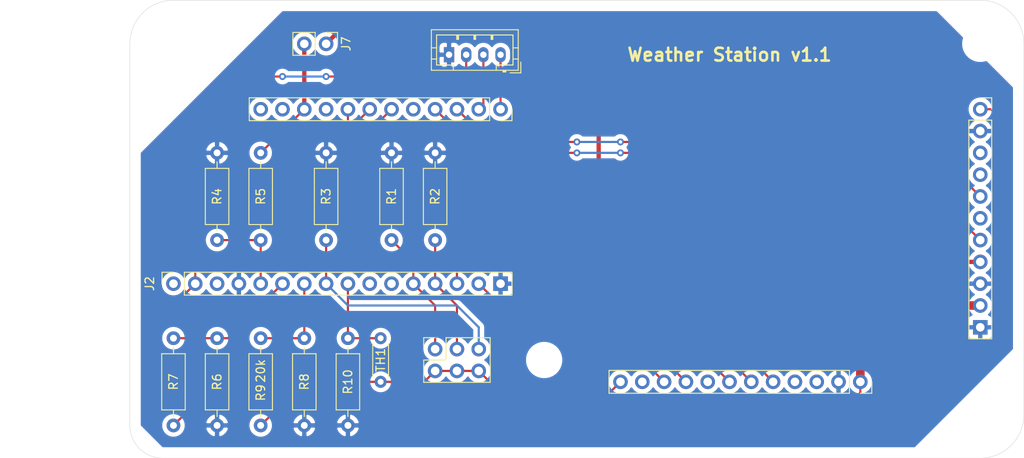
<source format=kicad_pcb>
(kicad_pcb (version 20171130) (host pcbnew "(5.1.9)-1")

  (general
    (thickness 1.6)
    (drawings 13)
    (tracks 130)
    (zones 0)
    (modules 22)
    (nets 38)
  )

  (page A4)
  (layers
    (0 F.Cu signal)
    (31 B.Cu signal)
    (32 B.Adhes user)
    (33 F.Adhes user)
    (34 B.Paste user)
    (35 F.Paste user)
    (36 B.SilkS user)
    (37 F.SilkS user)
    (38 B.Mask user)
    (39 F.Mask user)
    (40 Dwgs.User user)
    (41 Cmts.User user)
    (42 Eco1.User user)
    (43 Eco2.User user)
    (44 Edge.Cuts user)
    (45 Margin user)
    (46 B.CrtYd user)
    (47 F.CrtYd user)
    (48 B.Fab user)
    (49 F.Fab user hide)
  )

  (setup
    (last_trace_width 0.25)
    (user_trace_width 0.25)
    (user_trace_width 0.5)
    (user_trace_width 1)
    (trace_clearance 0.2)
    (zone_clearance 0.508)
    (zone_45_only no)
    (trace_min 0.2)
    (via_size 0.8)
    (via_drill 0.4)
    (via_min_size 0.4)
    (via_min_drill 0.3)
    (uvia_size 0.3)
    (uvia_drill 0.1)
    (uvias_allowed no)
    (uvia_min_size 0.2)
    (uvia_min_drill 0.1)
    (edge_width 0.05)
    (segment_width 0.2)
    (pcb_text_width 0.3)
    (pcb_text_size 1.5 1.5)
    (mod_edge_width 0.12)
    (mod_text_size 1 1)
    (mod_text_width 0.15)
    (pad_size 1.2 1.75)
    (pad_drill 0.75)
    (pad_to_mask_clearance 0)
    (aux_axis_origin 0 0)
    (grid_origin 119.38 140.97)
    (visible_elements 7FFFFFFF)
    (pcbplotparams
      (layerselection 0x010fc_ffffffff)
      (usegerberextensions false)
      (usegerberattributes true)
      (usegerberadvancedattributes true)
      (creategerberjobfile true)
      (excludeedgelayer true)
      (linewidth 0.100000)
      (plotframeref false)
      (viasonmask false)
      (mode 1)
      (useauxorigin false)
      (hpglpennumber 1)
      (hpglpenspeed 20)
      (hpglpendiameter 15.000000)
      (psnegative false)
      (psa4output false)
      (plotreference true)
      (plotvalue true)
      (plotinvisibletext false)
      (padsonsilk false)
      (subtractmaskfromsilk false)
      (outputformat 1)
      (mirror false)
      (drillshape 0)
      (scaleselection 1)
      (outputdirectory "output/"))
  )

  (net 0 "")
  (net 1 PROC_D5)
  (net 2 PROC_D6)
  (net 3 PROC_D12)
  (net 4 "Net-(J1-Pad11)")
  (net 5 "Net-(J1-Pad12)")
  (net 6 +3V3)
  (net 7 "Net-(J2-Pad3)")
  (net 8 GND)
  (net 9 TTL_RX)
  (net 10 TTL_TX)
  (net 11 "Net-(J3-Pad11)")
  (net 12 "Net-(J3-Pad8)")
  (net 13 "Net-(J3-Pad4)")
  (net 14 "Net-(J3-Pad3)")
  (net 15 +BATT)
  (net 16 I2C_SDA)
  (net 17 I2C_SCL)
  (net 18 +5V)
  (net 19 PROC_A0)
  (net 20 PROC_A1)
  (net 21 PROC_A2)
  (net 22 PROC_A3)
  (net 23 PROC_A4)
  (net 24 PROC_A5)
  (net 25 PROC_D24)
  (net 26 PROC_D23)
  (net 27 PROC_D22)
  (net 28 SOLAR_IN)
  (net 29 "Net-(J4-Pad3)")
  (net 30 "Net-(J4-Pad4)")
  (net 31 /PGOOD)
  (net 32 PROC_D10)
  (net 33 PROC_D11)
  (net 34 PROC_D13_LED)
  (net 35 PROC_PWR)
  (net 36 PROC_D9_BATT_VOLT)
  (net 37 PROC_RESET)

  (net_class Default "This is the default net class."
    (clearance 0.2)
    (trace_width 0.25)
    (via_dia 0.8)
    (via_drill 0.4)
    (uvia_dia 0.3)
    (uvia_drill 0.1)
    (add_net +3V3)
    (add_net +5V)
    (add_net +BATT)
    (add_net /PGOOD)
    (add_net GND)
    (add_net I2C_SCL)
    (add_net I2C_SDA)
    (add_net "Net-(J1-Pad11)")
    (add_net "Net-(J1-Pad12)")
    (add_net "Net-(J2-Pad3)")
    (add_net "Net-(J3-Pad11)")
    (add_net "Net-(J3-Pad3)")
    (add_net "Net-(J3-Pad4)")
    (add_net "Net-(J3-Pad8)")
    (add_net "Net-(J4-Pad3)")
    (add_net "Net-(J4-Pad4)")
    (add_net PROC_A0)
    (add_net PROC_A1)
    (add_net PROC_A2)
    (add_net PROC_A3)
    (add_net PROC_A4)
    (add_net PROC_A5)
    (add_net PROC_D10)
    (add_net PROC_D11)
    (add_net PROC_D12)
    (add_net PROC_D13_LED)
    (add_net PROC_D22)
    (add_net PROC_D23)
    (add_net PROC_D24)
    (add_net PROC_D5)
    (add_net PROC_D6)
    (add_net PROC_D9_BATT_VOLT)
    (add_net PROC_PWR)
    (add_net PROC_RESET)
    (add_net SOLAR_IN)
    (add_net TTL_RX)
    (add_net TTL_TX)
  )

  (module MountingHole:MountingHole_3.2mm_M3 (layer F.Cu) (tedit 56D1B4CB) (tstamp 603221A8)
    (at 119.38 93.98)
    (descr "Mounting Hole 3.2mm, no annular, M3")
    (tags "mounting hole 3.2mm no annular m3")
    (attr virtual)
    (fp_text reference REF** (at 0 -4.2) (layer F.SilkS) hide
      (effects (font (size 1 1) (thickness 0.15)))
    )
    (fp_text value MountingHole_3.2mm_M3 (at 0 4.2) (layer F.Fab)
      (effects (font (size 1 1) (thickness 0.15)))
    )
    (fp_circle (center 0 0) (end 3.2 0) (layer Cmts.User) (width 0.15))
    (fp_circle (center 0 0) (end 3.45 0) (layer F.CrtYd) (width 0.05))
    (fp_text user %R (at 0.3 0) (layer F.Fab)
      (effects (font (size 1 1) (thickness 0.15)))
    )
    (pad 1 np_thru_hole circle (at 0 0) (size 3.2 3.2) (drill 3.2) (layers *.Cu *.Mask))
  )

  (module MountingHole:MountingHole_3.2mm_M3 (layer F.Cu) (tedit 56D1B4CB) (tstamp 603221A8)
    (at 213.36 137.16)
    (descr "Mounting Hole 3.2mm, no annular, M3")
    (tags "mounting hole 3.2mm no annular m3")
    (attr virtual)
    (fp_text reference REF** (at 0 -4.2) (layer F.SilkS) hide
      (effects (font (size 1 1) (thickness 0.15)))
    )
    (fp_text value MountingHole_3.2mm_M3 (at 0 4.2) (layer F.Fab)
      (effects (font (size 1 1) (thickness 0.15)))
    )
    (fp_circle (center 0 0) (end 3.2 0) (layer Cmts.User) (width 0.15))
    (fp_circle (center 0 0) (end 3.45 0) (layer F.CrtYd) (width 0.05))
    (fp_text user %R (at 0.3 0) (layer F.Fab)
      (effects (font (size 1 1) (thickness 0.15)))
    )
    (pad 1 np_thru_hole circle (at 0 0) (size 3.2 3.2) (drill 3.2) (layers *.Cu *.Mask))
  )

  (module MountingHole:MountingHole_3.2mm_M3 (layer F.Cu) (tedit 56D1B4CB) (tstamp 603220D9)
    (at 162.56 130.81)
    (descr "Mounting Hole 3.2mm, no annular, M3")
    (tags "mounting hole 3.2mm no annular m3")
    (attr virtual)
    (fp_text reference REF** (at 0 -4.2) (layer F.SilkS) hide
      (effects (font (size 1 1) (thickness 0.15)))
    )
    (fp_text value MountingHole_3.2mm_M3 (at 0 4.2) (layer F.Fab)
      (effects (font (size 1 1) (thickness 0.15)))
    )
    (fp_circle (center 0 0) (end 3.2 0) (layer Cmts.User) (width 0.15))
    (fp_circle (center 0 0) (end 3.45 0) (layer F.CrtYd) (width 0.05))
    (fp_text user %R (at 0.3 0) (layer F.Fab)
      (effects (font (size 1 1) (thickness 0.15)))
    )
    (pad 1 np_thru_hole circle (at 0 0) (size 3.2 3.2) (drill 3.2) (layers *.Cu *.Mask))
  )

  (module MountingHole:MountingHole_3.2mm_M3 (layer F.Cu) (tedit 56D1B4CB) (tstamp 603220C8)
    (at 213.36 93.98)
    (descr "Mounting Hole 3.2mm, no annular, M3")
    (tags "mounting hole 3.2mm no annular m3")
    (attr virtual)
    (fp_text reference REF** (at 0 -4.2) (layer F.SilkS) hide
      (effects (font (size 1 1) (thickness 0.15)))
    )
    (fp_text value MountingHole_3.2mm_M3 (at 0 4.2) (layer F.Fab)
      (effects (font (size 1 1) (thickness 0.15)))
    )
    (fp_circle (center 0 0) (end 3.2 0) (layer Cmts.User) (width 0.15))
    (fp_circle (center 0 0) (end 3.45 0) (layer F.CrtYd) (width 0.05))
    (fp_text user %R (at 0.3 0) (layer F.Fab)
      (effects (font (size 1 1) (thickness 0.15)))
    )
    (pad 1 np_thru_hole circle (at 0 0) (size 3.2 3.2) (drill 3.2) (layers *.Cu *.Mask))
  )

  (module Connector_PinSocket_2.54mm:PinSocket_1x12_P2.54mm_Vertical (layer F.Cu) (tedit 60318FFF) (tstamp 603192B8)
    (at 157.48 101.6 270)
    (descr "Through hole straight socket strip, 1x12, 2.54mm pitch, single row (from Kicad 4.0.7), script generated")
    (tags "Through hole socket strip THT 1x12 2.54mm single row")
    (path /603189A1)
    (fp_text reference J1 (at 0 -2.77 180) (layer F.SilkS) hide
      (effects (font (size 1 1) (thickness 0.15)))
    )
    (fp_text value processor_right (at 0 30.71 90) (layer F.Fab)
      (effects (font (size 1 1) (thickness 0.15)))
    )
    (fp_line (start -1.8 29.7) (end -1.8 -1.8) (layer F.CrtYd) (width 0.05))
    (fp_line (start 1.75 29.7) (end -1.8 29.7) (layer F.CrtYd) (width 0.05))
    (fp_line (start 1.75 -1.8) (end 1.75 29.7) (layer F.CrtYd) (width 0.05))
    (fp_line (start -1.8 -1.8) (end 1.75 -1.8) (layer F.CrtYd) (width 0.05))
    (fp_line (start 0 -1.33) (end 1.33 -1.33) (layer F.SilkS) (width 0.12))
    (fp_line (start 1.33 -1.33) (end 1.33 0) (layer F.SilkS) (width 0.12))
    (fp_line (start 1.33 1.27) (end 1.33 29.27) (layer F.SilkS) (width 0.12))
    (fp_line (start -1.33 29.27) (end 1.33 29.27) (layer F.SilkS) (width 0.12))
    (fp_line (start -1.33 1.27) (end -1.33 29.27) (layer F.SilkS) (width 0.12))
    (fp_line (start -1.33 1.27) (end 1.33 1.27) (layer F.SilkS) (width 0.12))
    (fp_line (start -1.27 29.21) (end -1.27 -1.27) (layer F.Fab) (width 0.1))
    (fp_line (start 1.27 29.21) (end -1.27 29.21) (layer F.Fab) (width 0.1))
    (fp_line (start 1.27 -0.635) (end 1.27 29.21) (layer F.Fab) (width 0.1))
    (fp_line (start 0.635 -1.27) (end 1.27 -0.635) (layer F.Fab) (width 0.1))
    (fp_line (start -1.27 -1.27) (end 0.635 -1.27) (layer F.Fab) (width 0.1))
    (fp_text user %R (at 0 13.97) (layer F.Fab)
      (effects (font (size 1 1) (thickness 0.15)))
    )
    (pad 1 thru_hole oval (at 0 0 270) (size 1.7 1.7) (drill 1) (layers *.Cu *.Mask)
      (net 16 I2C_SDA))
    (pad 2 thru_hole oval (at 0 2.54 270) (size 1.7 1.7) (drill 1) (layers *.Cu *.Mask)
      (net 17 I2C_SCL))
    (pad 3 thru_hole oval (at 0 5.08 270) (size 1.7 1.7) (drill 1) (layers *.Cu *.Mask)
      (net 1 PROC_D5))
    (pad 4 thru_hole oval (at 0 7.62 270) (size 1.7 1.7) (drill 1) (layers *.Cu *.Mask)
      (net 2 PROC_D6))
    (pad 5 thru_hole oval (at 0 10.16 270) (size 1.7 1.7) (drill 1) (layers *.Cu *.Mask)
      (net 36 PROC_D9_BATT_VOLT))
    (pad 6 thru_hole oval (at 0 12.7 270) (size 1.7 1.7) (drill 1) (layers *.Cu *.Mask)
      (net 32 PROC_D10))
    (pad 7 thru_hole oval (at 0 15.24 270) (size 1.7 1.7) (drill 1) (layers *.Cu *.Mask)
      (net 33 PROC_D11))
    (pad 8 thru_hole oval (at 0 17.78 270) (size 1.7 1.7) (drill 1) (layers *.Cu *.Mask)
      (net 3 PROC_D12))
    (pad 9 thru_hole oval (at 0 20.32 270) (size 1.7 1.7) (drill 1) (layers *.Cu *.Mask)
      (net 34 PROC_D13_LED))
    (pad 10 thru_hole oval (at 0 22.86 270) (size 1.7 1.7) (drill 1) (layers *.Cu *.Mask)
      (net 35 PROC_PWR))
    (pad 11 thru_hole oval (at 0 25.4 270) (size 1.7 1.7) (drill 1) (layers *.Cu *.Mask)
      (net 4 "Net-(J1-Pad11)"))
    (pad 12 thru_hole oval (at 0 27.94 270) (size 1.7 1.7) (drill 1) (layers *.Cu *.Mask)
      (net 5 "Net-(J1-Pad12)"))
    (model ${KISYS3DMOD}/Connector_PinSocket_2.54mm.3dshapes/PinSocket_1x12_P2.54mm_Vertical.wrl
      (at (xyz 0 0 0))
      (scale (xyz 1 1 1))
      (rotate (xyz 0 0 0))
    )
  )

  (module Connector_PinSocket_2.54mm:PinSocket_1x16_P2.54mm_Vertical (layer F.Cu) (tedit 6032A45A) (tstamp 603192DC)
    (at 119.38 121.92 90)
    (descr "Through hole straight socket strip, 1x16, 2.54mm pitch, single row (from Kicad 4.0.7), script generated")
    (tags "Through hole socket strip THT 1x16 2.54mm single row")
    (path /6031A0DF)
    (fp_text reference J2 (at 0 -2.77 90) (layer F.SilkS)
      (effects (font (size 1 1) (thickness 0.15)))
    )
    (fp_text value processor_left (at 0 40.87 90) (layer F.Fab)
      (effects (font (size 1 1) (thickness 0.15)))
    )
    (fp_line (start -1.8 39.9) (end -1.8 -1.8) (layer F.CrtYd) (width 0.05))
    (fp_line (start 1.75 39.9) (end -1.8 39.9) (layer F.CrtYd) (width 0.05))
    (fp_line (start 1.75 -1.8) (end 1.75 39.9) (layer F.CrtYd) (width 0.05))
    (fp_line (start -1.8 -1.8) (end 1.75 -1.8) (layer F.CrtYd) (width 0.05))
    (fp_line (start 0 -1.33) (end 1.33 -1.33) (layer F.SilkS) (width 0.12))
    (fp_line (start 1.33 -1.33) (end 1.33 0) (layer F.SilkS) (width 0.12))
    (fp_line (start 1.33 1.27) (end 1.33 39.43) (layer F.SilkS) (width 0.12))
    (fp_line (start -1.33 39.43) (end 1.33 39.43) (layer F.SilkS) (width 0.12))
    (fp_line (start -1.33 1.27) (end -1.33 39.43) (layer F.SilkS) (width 0.12))
    (fp_line (start -1.33 1.27) (end 1.33 1.27) (layer F.SilkS) (width 0.12))
    (fp_line (start -1.27 39.37) (end -1.27 -1.27) (layer F.Fab) (width 0.1))
    (fp_line (start 1.27 39.37) (end -1.27 39.37) (layer F.Fab) (width 0.1))
    (fp_line (start 1.27 -0.635) (end 1.27 39.37) (layer F.Fab) (width 0.1))
    (fp_line (start 0.635 -1.27) (end 1.27 -0.635) (layer F.Fab) (width 0.1))
    (fp_line (start -1.27 -1.27) (end 0.635 -1.27) (layer F.Fab) (width 0.1))
    (fp_text user %R (at 0 19.05 180) (layer F.Fab)
      (effects (font (size 1 1) (thickness 0.15)))
    )
    (pad 1 thru_hole oval (at 0 0 90) (size 1.7 1.7) (drill 1) (layers *.Cu *.Mask)
      (net 37 PROC_RESET))
    (pad 2 thru_hole oval (at 0 2.54 90) (size 1.7 1.7) (drill 1) (layers *.Cu *.Mask)
      (net 6 +3V3))
    (pad 3 thru_hole oval (at 0 5.08 90) (size 1.7 1.7) (drill 1) (layers *.Cu *.Mask)
      (net 7 "Net-(J2-Pad3)"))
    (pad 4 thru_hole oval (at 0 7.62 90) (size 1.7 1.7) (drill 1) (layers *.Cu *.Mask)
      (net 8 GND))
    (pad 5 thru_hole oval (at 0 10.16 90) (size 1.7 1.7) (drill 1) (layers *.Cu *.Mask)
      (net 19 PROC_A0))
    (pad 6 thru_hole oval (at 0 12.7 90) (size 1.7 1.7) (drill 1) (layers *.Cu *.Mask)
      (net 20 PROC_A1))
    (pad 7 thru_hole oval (at 0 15.24 90) (size 1.7 1.7) (drill 1) (layers *.Cu *.Mask)
      (net 21 PROC_A2))
    (pad 8 thru_hole oval (at 0 17.78 90) (size 1.7 1.7) (drill 1) (layers *.Cu *.Mask)
      (net 22 PROC_A3))
    (pad 9 thru_hole oval (at 0 20.32 90) (size 1.7 1.7) (drill 1) (layers *.Cu *.Mask)
      (net 23 PROC_A4))
    (pad 10 thru_hole oval (at 0 22.86 90) (size 1.7 1.7) (drill 1) (layers *.Cu *.Mask)
      (net 24 PROC_A5))
    (pad 11 thru_hole oval (at 0 25.4 90) (size 1.7 1.7) (drill 1) (layers *.Cu *.Mask)
      (net 25 PROC_D24))
    (pad 12 thru_hole oval (at 0 27.94 90) (size 1.7 1.7) (drill 1) (layers *.Cu *.Mask)
      (net 26 PROC_D23))
    (pad 13 thru_hole oval (at 0 30.48 90) (size 1.7 1.7) (drill 1) (layers *.Cu *.Mask)
      (net 27 PROC_D22))
    (pad 14 thru_hole oval (at 0 33.02 90) (size 1.7 1.7) (drill 1) (layers *.Cu *.Mask)
      (net 9 TTL_RX))
    (pad 15 thru_hole oval (at 0 35.56 90) (size 1.7 1.7) (drill 1) (layers *.Cu *.Mask)
      (net 10 TTL_TX))
    (pad 16 thru_hole rect (at 0 38.1 90) (size 1.7 1.7) (drill 1) (layers *.Cu *.Mask)
      (net 8 GND))
    (model ${KISYS3DMOD}/Connector_PinSocket_2.54mm.3dshapes/PinSocket_1x16_P2.54mm_Vertical.wrl
      (at (xyz 0 0 0))
      (scale (xyz 1 1 1))
      (rotate (xyz 0 0 0))
    )
  )

  (module Connector_PinSocket_2.54mm:PinSocket_1x12_P2.54mm_Vertical (layer F.Cu) (tedit 60319068) (tstamp 603192FC)
    (at 199.39 133.35 270)
    (descr "Through hole straight socket strip, 1x12, 2.54mm pitch, single row (from Kicad 4.0.7), script generated")
    (tags "Through hole socket strip THT 1x12 2.54mm single row")
    (path /60329BD4)
    (fp_text reference J3 (at 0 -2.77 90) (layer F.SilkS) hide
      (effects (font (size 1 1) (thickness 0.15)))
    )
    (fp_text value GSM (at 0 30.71 90) (layer F.Fab)
      (effects (font (size 1 1) (thickness 0.15)))
    )
    (fp_line (start -1.27 -1.27) (end 0.635 -1.27) (layer F.Fab) (width 0.1))
    (fp_line (start 0.635 -1.27) (end 1.27 -0.635) (layer F.Fab) (width 0.1))
    (fp_line (start 1.27 -0.635) (end 1.27 29.21) (layer F.Fab) (width 0.1))
    (fp_line (start 1.27 29.21) (end -1.27 29.21) (layer F.Fab) (width 0.1))
    (fp_line (start -1.27 29.21) (end -1.27 -1.27) (layer F.Fab) (width 0.1))
    (fp_line (start -1.33 1.27) (end 1.33 1.27) (layer F.SilkS) (width 0.12))
    (fp_line (start -1.33 1.27) (end -1.33 29.27) (layer F.SilkS) (width 0.12))
    (fp_line (start -1.33 29.27) (end 1.33 29.27) (layer F.SilkS) (width 0.12))
    (fp_line (start 1.33 1.27) (end 1.33 29.27) (layer F.SilkS) (width 0.12))
    (fp_line (start 1.33 -1.33) (end 1.33 0) (layer F.SilkS) (width 0.12))
    (fp_line (start 0 -1.33) (end 1.33 -1.33) (layer F.SilkS) (width 0.12))
    (fp_line (start -1.8 -1.8) (end 1.75 -1.8) (layer F.CrtYd) (width 0.05))
    (fp_line (start 1.75 -1.8) (end 1.75 29.7) (layer F.CrtYd) (width 0.05))
    (fp_line (start 1.75 29.7) (end -1.8 29.7) (layer F.CrtYd) (width 0.05))
    (fp_line (start -1.8 29.7) (end -1.8 -1.8) (layer F.CrtYd) (width 0.05))
    (fp_text user %R (at 0 13.97) (layer F.Fab)
      (effects (font (size 1 1) (thickness 0.15)))
    )
    (pad 12 thru_hole oval (at 0 27.94 270) (size 1.7 1.7) (drill 1) (layers *.Cu *.Mask)
      (net 6 +3V3))
    (pad 11 thru_hole oval (at 0 25.4 270) (size 1.7 1.7) (drill 1) (layers *.Cu *.Mask)
      (net 11 "Net-(J3-Pad11)"))
    (pad 10 thru_hole oval (at 0 22.86 270) (size 1.7 1.7) (drill 1) (layers *.Cu *.Mask)
      (net 10 TTL_TX))
    (pad 9 thru_hole oval (at 0 20.32 270) (size 1.7 1.7) (drill 1) (layers *.Cu *.Mask)
      (net 9 TTL_RX))
    (pad 8 thru_hole oval (at 0 17.78 270) (size 1.7 1.7) (drill 1) (layers *.Cu *.Mask)
      (net 12 "Net-(J3-Pad8)"))
    (pad 7 thru_hole oval (at 0 15.24 270) (size 1.7 1.7) (drill 1) (layers *.Cu *.Mask)
      (net 3 PROC_D12))
    (pad 6 thru_hole oval (at 0 12.7 270) (size 1.7 1.7) (drill 1) (layers *.Cu *.Mask)
      (net 33 PROC_D11))
    (pad 5 thru_hole oval (at 0 10.16 270) (size 1.7 1.7) (drill 1) (layers *.Cu *.Mask)
      (net 32 PROC_D10))
    (pad 4 thru_hole oval (at 0 7.62 270) (size 1.7 1.7) (drill 1) (layers *.Cu *.Mask)
      (net 13 "Net-(J3-Pad4)"))
    (pad 3 thru_hole oval (at 0 5.08 270) (size 1.7 1.7) (drill 1) (layers *.Cu *.Mask)
      (net 14 "Net-(J3-Pad3)"))
    (pad 2 thru_hole oval (at 0 2.54 270) (size 1.7 1.7) (drill 1) (layers *.Cu *.Mask)
      (net 8 GND))
    (pad 1 thru_hole oval (at 0 0 270) (size 1.7 1.7) (drill 1) (layers *.Cu *.Mask)
      (net 15 +BATT))
    (model ${KISYS3DMOD}/Connector_PinSocket_2.54mm.3dshapes/PinSocket_1x12_P2.54mm_Vertical.wrl
      (at (xyz 0 0 0))
      (scale (xyz 1 1 1))
      (rotate (xyz 0 0 0))
    )
  )

  (module Connector_PinSocket_2.54mm:PinSocket_1x11_P2.54mm_Vertical (layer F.Cu) (tedit 6032A73B) (tstamp 6031B878)
    (at 213.36 101.6)
    (descr "Through hole straight socket strip, 1x11, 2.54mm pitch, single row (from Kicad 4.0.7), script generated")
    (tags "Through hole socket strip THT 1x11 2.54mm single row")
    (path /6034639B)
    (fp_text reference J4 (at 0 -2.77) (layer F.SilkS) hide
      (effects (font (size 1 1) (thickness 0.15)))
    )
    (fp_text value charger (at 0 28.17) (layer F.Fab)
      (effects (font (size 1 1) (thickness 0.15)))
    )
    (fp_line (start -1.8 27.15) (end -1.8 -1.8) (layer F.CrtYd) (width 0.05))
    (fp_line (start 1.75 27.15) (end -1.8 27.15) (layer F.CrtYd) (width 0.05))
    (fp_line (start 1.75 -1.8) (end 1.75 27.15) (layer F.CrtYd) (width 0.05))
    (fp_line (start -1.8 -1.8) (end 1.75 -1.8) (layer F.CrtYd) (width 0.05))
    (fp_line (start 0 -1.33) (end 1.33 -1.33) (layer F.SilkS) (width 0.12))
    (fp_line (start 1.33 -1.33) (end 1.33 0) (layer F.SilkS) (width 0.12))
    (fp_line (start 1.33 1.27) (end 1.33 26.73) (layer F.SilkS) (width 0.12))
    (fp_line (start -1.33 26.73) (end 1.33 26.73) (layer F.SilkS) (width 0.12))
    (fp_line (start -1.33 1.27) (end -1.33 26.73) (layer F.SilkS) (width 0.12))
    (fp_line (start -1.33 1.27) (end 1.33 1.27) (layer F.SilkS) (width 0.12))
    (fp_line (start -1.27 26.67) (end -1.27 -1.27) (layer F.Fab) (width 0.1))
    (fp_line (start 1.27 26.67) (end -1.27 26.67) (layer F.Fab) (width 0.1))
    (fp_line (start 1.27 -0.635) (end 1.27 26.67) (layer F.Fab) (width 0.1))
    (fp_line (start 0.635 -1.27) (end 1.27 -0.635) (layer F.Fab) (width 0.1))
    (fp_line (start -1.27 -1.27) (end 0.635 -1.27) (layer F.Fab) (width 0.1))
    (fp_text user %R (at 0 12.7 90) (layer F.Fab)
      (effects (font (size 1 1) (thickness 0.15)))
    )
    (pad 1 thru_hole circle (at 0 0) (size 1.7 1.7) (drill 1) (layers *.Cu *.Mask)
      (net 28 SOLAR_IN))
    (pad 2 thru_hole oval (at 0 2.54) (size 1.7 1.7) (drill 1) (layers *.Cu *.Mask)
      (net 8 GND))
    (pad 3 thru_hole oval (at 0 5.08) (size 1.7 1.7) (drill 1) (layers *.Cu *.Mask)
      (net 29 "Net-(J4-Pad3)"))
    (pad 4 thru_hole oval (at 0 7.62) (size 1.7 1.7) (drill 1) (layers *.Cu *.Mask)
      (net 30 "Net-(J4-Pad4)"))
    (pad 5 thru_hole oval (at 0 10.16) (size 1.7 1.7) (drill 1) (layers *.Cu *.Mask)
      (net 1 PROC_D5))
    (pad 6 thru_hole oval (at 0 12.7) (size 1.7 1.7) (drill 1) (layers *.Cu *.Mask)
      (net 31 /PGOOD))
    (pad 7 thru_hole oval (at 0 15.24) (size 1.7 1.7) (drill 1) (layers *.Cu *.Mask)
      (net 2 PROC_D6))
    (pad 8 thru_hole oval (at 0 17.78) (size 1.7 1.7) (drill 1) (layers *.Cu *.Mask)
      (net 18 +5V))
    (pad 9 thru_hole oval (at 0 20.32) (size 1.7 1.7) (drill 1) (layers *.Cu *.Mask)
      (net 8 GND))
    (pad 10 thru_hole oval (at 0 22.86) (size 1.7 1.7) (drill 1) (layers *.Cu *.Mask)
      (net 15 +BATT))
    (pad 11 thru_hole rect (at 0 25.4) (size 1.7 1.7) (drill 1) (layers *.Cu *.Mask)
      (net 8 GND))
    (model ${KISYS3DMOD}/Connector_PinSocket_2.54mm.3dshapes/PinSocket_1x11_P2.54mm_Vertical.wrl
      (at (xyz 0 0 0))
      (scale (xyz 1 1 1))
      (rotate (xyz 0 0 0))
    )
  )

  (module Connector_JST:JST_PH_B4B-PH-K_1x04_P2.00mm_Vertical (layer F.Cu) (tedit 6032A772) (tstamp 6031B8C8)
    (at 157.48 95.25 180)
    (descr "JST PH series connector, B4B-PH-K (http://www.jst-mfg.com/product/pdf/eng/ePH.pdf), generated with kicad-footprint-generator")
    (tags "connector JST PH side entry")
    (path /6039632C)
    (fp_text reference J6 (at 3 -2.9) (layer F.SilkS) hide
      (effects (font (size 1 1) (thickness 0.15)))
    )
    (fp_text value BME_280 (at 3 4) (layer F.Fab)
      (effects (font (size 1 1) (thickness 0.15)))
    )
    (fp_line (start 8.45 -2.2) (end -2.45 -2.2) (layer F.CrtYd) (width 0.05))
    (fp_line (start 8.45 3.3) (end 8.45 -2.2) (layer F.CrtYd) (width 0.05))
    (fp_line (start -2.45 3.3) (end 8.45 3.3) (layer F.CrtYd) (width 0.05))
    (fp_line (start -2.45 -2.2) (end -2.45 3.3) (layer F.CrtYd) (width 0.05))
    (fp_line (start 7.95 -1.7) (end -1.95 -1.7) (layer F.Fab) (width 0.1))
    (fp_line (start 7.95 2.8) (end 7.95 -1.7) (layer F.Fab) (width 0.1))
    (fp_line (start -1.95 2.8) (end 7.95 2.8) (layer F.Fab) (width 0.1))
    (fp_line (start -1.95 -1.7) (end -1.95 2.8) (layer F.Fab) (width 0.1))
    (fp_line (start -2.36 -2.11) (end -2.36 -0.86) (layer F.Fab) (width 0.1))
    (fp_line (start -1.11 -2.11) (end -2.36 -2.11) (layer F.Fab) (width 0.1))
    (fp_line (start -2.36 -2.11) (end -2.36 -0.86) (layer F.SilkS) (width 0.12))
    (fp_line (start -1.11 -2.11) (end -2.36 -2.11) (layer F.SilkS) (width 0.12))
    (fp_line (start 5 2.3) (end 5 1.8) (layer F.SilkS) (width 0.12))
    (fp_line (start 5.1 1.8) (end 5.1 2.3) (layer F.SilkS) (width 0.12))
    (fp_line (start 4.9 1.8) (end 5.1 1.8) (layer F.SilkS) (width 0.12))
    (fp_line (start 4.9 2.3) (end 4.9 1.8) (layer F.SilkS) (width 0.12))
    (fp_line (start 3 2.3) (end 3 1.8) (layer F.SilkS) (width 0.12))
    (fp_line (start 3.1 1.8) (end 3.1 2.3) (layer F.SilkS) (width 0.12))
    (fp_line (start 2.9 1.8) (end 3.1 1.8) (layer F.SilkS) (width 0.12))
    (fp_line (start 2.9 2.3) (end 2.9 1.8) (layer F.SilkS) (width 0.12))
    (fp_line (start 1 2.3) (end 1 1.8) (layer F.SilkS) (width 0.12))
    (fp_line (start 1.1 1.8) (end 1.1 2.3) (layer F.SilkS) (width 0.12))
    (fp_line (start 0.9 1.8) (end 1.1 1.8) (layer F.SilkS) (width 0.12))
    (fp_line (start 0.9 2.3) (end 0.9 1.8) (layer F.SilkS) (width 0.12))
    (fp_line (start 8.06 0.8) (end 7.45 0.8) (layer F.SilkS) (width 0.12))
    (fp_line (start 8.06 -0.5) (end 7.45 -0.5) (layer F.SilkS) (width 0.12))
    (fp_line (start -2.06 0.8) (end -1.45 0.8) (layer F.SilkS) (width 0.12))
    (fp_line (start -2.06 -0.5) (end -1.45 -0.5) (layer F.SilkS) (width 0.12))
    (fp_line (start 5.5 -1.2) (end 5.5 -1.81) (layer F.SilkS) (width 0.12))
    (fp_line (start 7.45 -1.2) (end 5.5 -1.2) (layer F.SilkS) (width 0.12))
    (fp_line (start 7.45 2.3) (end 7.45 -1.2) (layer F.SilkS) (width 0.12))
    (fp_line (start -1.45 2.3) (end 7.45 2.3) (layer F.SilkS) (width 0.12))
    (fp_line (start -1.45 -1.2) (end -1.45 2.3) (layer F.SilkS) (width 0.12))
    (fp_line (start 0.5 -1.2) (end -1.45 -1.2) (layer F.SilkS) (width 0.12))
    (fp_line (start 0.5 -1.81) (end 0.5 -1.2) (layer F.SilkS) (width 0.12))
    (fp_line (start -0.3 -1.91) (end -0.6 -1.91) (layer F.SilkS) (width 0.12))
    (fp_line (start -0.6 -2.01) (end -0.6 -1.81) (layer F.SilkS) (width 0.12))
    (fp_line (start -0.3 -2.01) (end -0.6 -2.01) (layer F.SilkS) (width 0.12))
    (fp_line (start -0.3 -1.81) (end -0.3 -2.01) (layer F.SilkS) (width 0.12))
    (fp_line (start 8.06 -1.81) (end -2.06 -1.81) (layer F.SilkS) (width 0.12))
    (fp_line (start 8.06 2.91) (end 8.06 -1.81) (layer F.SilkS) (width 0.12))
    (fp_line (start -2.06 2.91) (end 8.06 2.91) (layer F.SilkS) (width 0.12))
    (fp_line (start -2.06 -1.81) (end -2.06 2.91) (layer F.SilkS) (width 0.12))
    (fp_text user %R (at 3 1.5) (layer F.Fab)
      (effects (font (size 1 1) (thickness 0.15)))
    )
    (pad 1 thru_hole oval (at 0 0 180) (size 1.2 1.75) (drill 0.75) (layers *.Cu *.Mask)
      (net 16 I2C_SDA))
    (pad 2 thru_hole oval (at 2 0 180) (size 1.2 1.75) (drill 0.75) (layers *.Cu *.Mask)
      (net 17 I2C_SCL))
    (pad 3 thru_hole oval (at 4 0 180) (size 1.2 1.75) (drill 0.75) (layers *.Cu *.Mask)
      (net 6 +3V3))
    (pad 4 thru_hole rect (at 6 0 180) (size 1.2 1.75) (drill 0.75) (layers *.Cu *.Mask)
      (net 8 GND))
    (model ${KISYS3DMOD}/Connector_JST.3dshapes/JST_PH_B4B-PH-K_1x04_P2.00mm_Vertical.wrl
      (at (xyz 0 0 0))
      (scale (xyz 1 1 1))
      (rotate (xyz 0 0 0))
    )
  )

  (module Resistor_THT:R_Axial_DIN0207_L6.3mm_D2.5mm_P10.16mm_Horizontal (layer F.Cu) (tedit 5AE5139B) (tstamp 6031B8DF)
    (at 144.78 116.84 90)
    (descr "Resistor, Axial_DIN0207 series, Axial, Horizontal, pin pitch=10.16mm, 0.25W = 1/4W, length*diameter=6.3*2.5mm^2, http://cdn-reichelt.de/documents/datenblatt/B400/1_4W%23YAG.pdf")
    (tags "Resistor Axial_DIN0207 series Axial Horizontal pin pitch 10.16mm 0.25W = 1/4W length 6.3mm diameter 2.5mm")
    (path /603605D1)
    (fp_text reference R1 (at 5.08 0 90) (layer F.SilkS)
      (effects (font (size 1 1) (thickness 0.15)))
    )
    (fp_text value 10k (at 5.08 2.37 90) (layer F.Fab)
      (effects (font (size 1 1) (thickness 0.15)))
    )
    (fp_line (start 11.21 -1.5) (end -1.05 -1.5) (layer F.CrtYd) (width 0.05))
    (fp_line (start 11.21 1.5) (end 11.21 -1.5) (layer F.CrtYd) (width 0.05))
    (fp_line (start -1.05 1.5) (end 11.21 1.5) (layer F.CrtYd) (width 0.05))
    (fp_line (start -1.05 -1.5) (end -1.05 1.5) (layer F.CrtYd) (width 0.05))
    (fp_line (start 9.12 0) (end 8.35 0) (layer F.SilkS) (width 0.12))
    (fp_line (start 1.04 0) (end 1.81 0) (layer F.SilkS) (width 0.12))
    (fp_line (start 8.35 -1.37) (end 1.81 -1.37) (layer F.SilkS) (width 0.12))
    (fp_line (start 8.35 1.37) (end 8.35 -1.37) (layer F.SilkS) (width 0.12))
    (fp_line (start 1.81 1.37) (end 8.35 1.37) (layer F.SilkS) (width 0.12))
    (fp_line (start 1.81 -1.37) (end 1.81 1.37) (layer F.SilkS) (width 0.12))
    (fp_line (start 10.16 0) (end 8.23 0) (layer F.Fab) (width 0.1))
    (fp_line (start 0 0) (end 1.93 0) (layer F.Fab) (width 0.1))
    (fp_line (start 8.23 -1.25) (end 1.93 -1.25) (layer F.Fab) (width 0.1))
    (fp_line (start 8.23 1.25) (end 8.23 -1.25) (layer F.Fab) (width 0.1))
    (fp_line (start 1.93 1.25) (end 8.23 1.25) (layer F.Fab) (width 0.1))
    (fp_line (start 1.93 -1.25) (end 1.93 1.25) (layer F.Fab) (width 0.1))
    (fp_text user %R (at 5.08 0 90) (layer F.Fab)
      (effects (font (size 1 1) (thickness 0.15)))
    )
    (pad 1 thru_hole circle (at 0 0 90) (size 1.6 1.6) (drill 0.8) (layers *.Cu *.Mask)
      (net 26 PROC_D23))
    (pad 2 thru_hole oval (at 10.16 0 90) (size 1.6 1.6) (drill 0.8) (layers *.Cu *.Mask)
      (net 8 GND))
    (model ${KISYS3DMOD}/Resistor_THT.3dshapes/R_Axial_DIN0207_L6.3mm_D2.5mm_P10.16mm_Horizontal.wrl
      (at (xyz 0 0 0))
      (scale (xyz 1 1 1))
      (rotate (xyz 0 0 0))
    )
  )

  (module Resistor_THT:R_Axial_DIN0207_L6.3mm_D2.5mm_P10.16mm_Horizontal (layer F.Cu) (tedit 5AE5139B) (tstamp 6031B8F6)
    (at 149.86 116.84 90)
    (descr "Resistor, Axial_DIN0207 series, Axial, Horizontal, pin pitch=10.16mm, 0.25W = 1/4W, length*diameter=6.3*2.5mm^2, http://cdn-reichelt.de/documents/datenblatt/B400/1_4W%23YAG.pdf")
    (tags "Resistor Axial_DIN0207 series Axial Horizontal pin pitch 10.16mm 0.25W = 1/4W length 6.3mm diameter 2.5mm")
    (path /60363F77)
    (fp_text reference R2 (at 5.08 0 90) (layer F.SilkS)
      (effects (font (size 1 1) (thickness 0.15)))
    )
    (fp_text value 10k (at 5.08 2.37 90) (layer F.Fab)
      (effects (font (size 1 1) (thickness 0.15)))
    )
    (fp_line (start 11.21 -1.5) (end -1.05 -1.5) (layer F.CrtYd) (width 0.05))
    (fp_line (start 11.21 1.5) (end 11.21 -1.5) (layer F.CrtYd) (width 0.05))
    (fp_line (start -1.05 1.5) (end 11.21 1.5) (layer F.CrtYd) (width 0.05))
    (fp_line (start -1.05 -1.5) (end -1.05 1.5) (layer F.CrtYd) (width 0.05))
    (fp_line (start 9.12 0) (end 8.35 0) (layer F.SilkS) (width 0.12))
    (fp_line (start 1.04 0) (end 1.81 0) (layer F.SilkS) (width 0.12))
    (fp_line (start 8.35 -1.37) (end 1.81 -1.37) (layer F.SilkS) (width 0.12))
    (fp_line (start 8.35 1.37) (end 8.35 -1.37) (layer F.SilkS) (width 0.12))
    (fp_line (start 1.81 1.37) (end 8.35 1.37) (layer F.SilkS) (width 0.12))
    (fp_line (start 1.81 -1.37) (end 1.81 1.37) (layer F.SilkS) (width 0.12))
    (fp_line (start 10.16 0) (end 8.23 0) (layer F.Fab) (width 0.1))
    (fp_line (start 0 0) (end 1.93 0) (layer F.Fab) (width 0.1))
    (fp_line (start 8.23 -1.25) (end 1.93 -1.25) (layer F.Fab) (width 0.1))
    (fp_line (start 8.23 1.25) (end 8.23 -1.25) (layer F.Fab) (width 0.1))
    (fp_line (start 1.93 1.25) (end 8.23 1.25) (layer F.Fab) (width 0.1))
    (fp_line (start 1.93 -1.25) (end 1.93 1.25) (layer F.Fab) (width 0.1))
    (fp_text user %R (at 5.08 0 90) (layer F.Fab)
      (effects (font (size 1 1) (thickness 0.15)))
    )
    (pad 1 thru_hole circle (at 0 0 90) (size 1.6 1.6) (drill 0.8) (layers *.Cu *.Mask)
      (net 27 PROC_D22))
    (pad 2 thru_hole oval (at 10.16 0 90) (size 1.6 1.6) (drill 0.8) (layers *.Cu *.Mask)
      (net 8 GND))
    (model ${KISYS3DMOD}/Resistor_THT.3dshapes/R_Axial_DIN0207_L6.3mm_D2.5mm_P10.16mm_Horizontal.wrl
      (at (xyz 0 0 0))
      (scale (xyz 1 1 1))
      (rotate (xyz 0 0 0))
    )
  )

  (module Resistor_THT:R_Axial_DIN0207_L6.3mm_D2.5mm_P10.16mm_Horizontal (layer F.Cu) (tedit 5AE5139B) (tstamp 6031D0F5)
    (at 137.16 116.84 90)
    (descr "Resistor, Axial_DIN0207 series, Axial, Horizontal, pin pitch=10.16mm, 0.25W = 1/4W, length*diameter=6.3*2.5mm^2, http://cdn-reichelt.de/documents/datenblatt/B400/1_4W%23YAG.pdf")
    (tags "Resistor Axial_DIN0207 series Axial Horizontal pin pitch 10.16mm 0.25W = 1/4W length 6.3mm diameter 2.5mm")
    (path /60363BFA)
    (fp_text reference R3 (at 5.08 0 90) (layer F.SilkS)
      (effects (font (size 1 1) (thickness 0.15)))
    )
    (fp_text value 10k (at 6.35 0 90) (layer F.Fab)
      (effects (font (size 1 1) (thickness 0.15)))
    )
    (fp_line (start 1.93 -1.25) (end 1.93 1.25) (layer F.Fab) (width 0.1))
    (fp_line (start 1.93 1.25) (end 8.23 1.25) (layer F.Fab) (width 0.1))
    (fp_line (start 8.23 1.25) (end 8.23 -1.25) (layer F.Fab) (width 0.1))
    (fp_line (start 8.23 -1.25) (end 1.93 -1.25) (layer F.Fab) (width 0.1))
    (fp_line (start 0 0) (end 1.93 0) (layer F.Fab) (width 0.1))
    (fp_line (start 10.16 0) (end 8.23 0) (layer F.Fab) (width 0.1))
    (fp_line (start 1.81 -1.37) (end 1.81 1.37) (layer F.SilkS) (width 0.12))
    (fp_line (start 1.81 1.37) (end 8.35 1.37) (layer F.SilkS) (width 0.12))
    (fp_line (start 8.35 1.37) (end 8.35 -1.37) (layer F.SilkS) (width 0.12))
    (fp_line (start 8.35 -1.37) (end 1.81 -1.37) (layer F.SilkS) (width 0.12))
    (fp_line (start 1.04 0) (end 1.81 0) (layer F.SilkS) (width 0.12))
    (fp_line (start 9.12 0) (end 8.35 0) (layer F.SilkS) (width 0.12))
    (fp_line (start -1.05 -1.5) (end -1.05 1.5) (layer F.CrtYd) (width 0.05))
    (fp_line (start -1.05 1.5) (end 11.21 1.5) (layer F.CrtYd) (width 0.05))
    (fp_line (start 11.21 1.5) (end 11.21 -1.5) (layer F.CrtYd) (width 0.05))
    (fp_line (start 11.21 -1.5) (end -1.05 -1.5) (layer F.CrtYd) (width 0.05))
    (fp_text user %R (at 3.81 0 90) (layer F.Fab)
      (effects (font (size 1 1) (thickness 0.15)))
    )
    (pad 2 thru_hole oval (at 10.16 0 90) (size 1.6 1.6) (drill 0.8) (layers *.Cu *.Mask)
      (net 8 GND))
    (pad 1 thru_hole circle (at 0 0 90) (size 1.6 1.6) (drill 0.8) (layers *.Cu *.Mask)
      (net 22 PROC_A3))
    (model ${KISYS3DMOD}/Resistor_THT.3dshapes/R_Axial_DIN0207_L6.3mm_D2.5mm_P10.16mm_Horizontal.wrl
      (at (xyz 0 0 0))
      (scale (xyz 1 1 1))
      (rotate (xyz 0 0 0))
    )
  )

  (module Resistor_THT:R_Axial_DIN0207_L6.3mm_D2.5mm_P10.16mm_Horizontal (layer F.Cu) (tedit 5AE5139B) (tstamp 6031B924)
    (at 124.46 116.84 90)
    (descr "Resistor, Axial_DIN0207 series, Axial, Horizontal, pin pitch=10.16mm, 0.25W = 1/4W, length*diameter=6.3*2.5mm^2, http://cdn-reichelt.de/documents/datenblatt/B400/1_4W%23YAG.pdf")
    (tags "Resistor Axial_DIN0207 series Axial Horizontal pin pitch 10.16mm 0.25W = 1/4W length 6.3mm diameter 2.5mm")
    (path /6037A177)
    (fp_text reference R4 (at 5.08 0 90) (layer F.SilkS)
      (effects (font (size 1 1) (thickness 0.15)))
    )
    (fp_text value 10k (at 5.08 2.37 90) (layer F.Fab)
      (effects (font (size 1 1) (thickness 0.15)))
    )
    (fp_line (start 1.93 -1.25) (end 1.93 1.25) (layer F.Fab) (width 0.1))
    (fp_line (start 1.93 1.25) (end 8.23 1.25) (layer F.Fab) (width 0.1))
    (fp_line (start 8.23 1.25) (end 8.23 -1.25) (layer F.Fab) (width 0.1))
    (fp_line (start 8.23 -1.25) (end 1.93 -1.25) (layer F.Fab) (width 0.1))
    (fp_line (start 0 0) (end 1.93 0) (layer F.Fab) (width 0.1))
    (fp_line (start 10.16 0) (end 8.23 0) (layer F.Fab) (width 0.1))
    (fp_line (start 1.81 -1.37) (end 1.81 1.37) (layer F.SilkS) (width 0.12))
    (fp_line (start 1.81 1.37) (end 8.35 1.37) (layer F.SilkS) (width 0.12))
    (fp_line (start 8.35 1.37) (end 8.35 -1.37) (layer F.SilkS) (width 0.12))
    (fp_line (start 8.35 -1.37) (end 1.81 -1.37) (layer F.SilkS) (width 0.12))
    (fp_line (start 1.04 0) (end 1.81 0) (layer F.SilkS) (width 0.12))
    (fp_line (start 9.12 0) (end 8.35 0) (layer F.SilkS) (width 0.12))
    (fp_line (start -1.05 -1.5) (end -1.05 1.5) (layer F.CrtYd) (width 0.05))
    (fp_line (start -1.05 1.5) (end 11.21 1.5) (layer F.CrtYd) (width 0.05))
    (fp_line (start 11.21 1.5) (end 11.21 -1.5) (layer F.CrtYd) (width 0.05))
    (fp_line (start 11.21 -1.5) (end -1.05 -1.5) (layer F.CrtYd) (width 0.05))
    (fp_text user %R (at 5.08 0 90) (layer F.Fab)
      (effects (font (size 1 1) (thickness 0.15)))
    )
    (pad 2 thru_hole oval (at 10.16 0 90) (size 1.6 1.6) (drill 0.8) (layers *.Cu *.Mask)
      (net 8 GND))
    (pad 1 thru_hole circle (at 0 0 90) (size 1.6 1.6) (drill 0.8) (layers *.Cu *.Mask)
      (net 19 PROC_A0))
    (model ${KISYS3DMOD}/Resistor_THT.3dshapes/R_Axial_DIN0207_L6.3mm_D2.5mm_P10.16mm_Horizontal.wrl
      (at (xyz 0 0 0))
      (scale (xyz 1 1 1))
      (rotate (xyz 0 0 0))
    )
  )

  (module Resistor_THT:R_Axial_DIN0207_L6.3mm_D2.5mm_P10.16mm_Horizontal (layer F.Cu) (tedit 5AE5139B) (tstamp 6031B93B)
    (at 129.54 106.68 270)
    (descr "Resistor, Axial_DIN0207 series, Axial, Horizontal, pin pitch=10.16mm, 0.25W = 1/4W, length*diameter=6.3*2.5mm^2, http://cdn-reichelt.de/documents/datenblatt/B400/1_4W%23YAG.pdf")
    (tags "Resistor Axial_DIN0207 series Axial Horizontal pin pitch 10.16mm 0.25W = 1/4W length 6.3mm diameter 2.5mm")
    (path /6038A0D4)
    (fp_text reference R5 (at 5.08 0 90) (layer F.SilkS)
      (effects (font (size 1 1) (thickness 0.15)))
    )
    (fp_text value 10k (at 5.08 2.37 90) (layer F.Fab)
      (effects (font (size 1 1) (thickness 0.15)))
    )
    (fp_line (start 11.21 -1.5) (end -1.05 -1.5) (layer F.CrtYd) (width 0.05))
    (fp_line (start 11.21 1.5) (end 11.21 -1.5) (layer F.CrtYd) (width 0.05))
    (fp_line (start -1.05 1.5) (end 11.21 1.5) (layer F.CrtYd) (width 0.05))
    (fp_line (start -1.05 -1.5) (end -1.05 1.5) (layer F.CrtYd) (width 0.05))
    (fp_line (start 9.12 0) (end 8.35 0) (layer F.SilkS) (width 0.12))
    (fp_line (start 1.04 0) (end 1.81 0) (layer F.SilkS) (width 0.12))
    (fp_line (start 8.35 -1.37) (end 1.81 -1.37) (layer F.SilkS) (width 0.12))
    (fp_line (start 8.35 1.37) (end 8.35 -1.37) (layer F.SilkS) (width 0.12))
    (fp_line (start 1.81 1.37) (end 8.35 1.37) (layer F.SilkS) (width 0.12))
    (fp_line (start 1.81 -1.37) (end 1.81 1.37) (layer F.SilkS) (width 0.12))
    (fp_line (start 10.16 0) (end 8.23 0) (layer F.Fab) (width 0.1))
    (fp_line (start 0 0) (end 1.93 0) (layer F.Fab) (width 0.1))
    (fp_line (start 8.23 -1.25) (end 1.93 -1.25) (layer F.Fab) (width 0.1))
    (fp_line (start 8.23 1.25) (end 8.23 -1.25) (layer F.Fab) (width 0.1))
    (fp_line (start 1.93 1.25) (end 8.23 1.25) (layer F.Fab) (width 0.1))
    (fp_line (start 1.93 -1.25) (end 1.93 1.25) (layer F.Fab) (width 0.1))
    (fp_text user %R (at 5.08 0 90) (layer F.Fab)
      (effects (font (size 1 1) (thickness 0.15)))
    )
    (pad 1 thru_hole circle (at 0 0 270) (size 1.6 1.6) (drill 0.8) (layers *.Cu *.Mask)
      (net 35 PROC_PWR))
    (pad 2 thru_hole oval (at 10.16 0 270) (size 1.6 1.6) (drill 0.8) (layers *.Cu *.Mask)
      (net 19 PROC_A0))
    (model ${KISYS3DMOD}/Resistor_THT.3dshapes/R_Axial_DIN0207_L6.3mm_D2.5mm_P10.16mm_Horizontal.wrl
      (at (xyz 0 0 0))
      (scale (xyz 1 1 1))
      (rotate (xyz 0 0 0))
    )
  )

  (module Resistor_THT:R_Axial_DIN0207_L6.3mm_D2.5mm_P10.16mm_Horizontal (layer F.Cu) (tedit 5AE5139B) (tstamp 6031B952)
    (at 124.46 128.27 270)
    (descr "Resistor, Axial_DIN0207 series, Axial, Horizontal, pin pitch=10.16mm, 0.25W = 1/4W, length*diameter=6.3*2.5mm^2, http://cdn-reichelt.de/documents/datenblatt/B400/1_4W%23YAG.pdf")
    (tags "Resistor Axial_DIN0207 series Axial Horizontal pin pitch 10.16mm 0.25W = 1/4W length 6.3mm diameter 2.5mm")
    (path /6038F5CD)
    (fp_text reference R6 (at 5.08 0 90) (layer F.SilkS)
      (effects (font (size 1 1) (thickness 0.15)))
    )
    (fp_text value 10k (at 6.35 0 90) (layer F.Fab)
      (effects (font (size 1 1) (thickness 0.15)))
    )
    (fp_line (start 1.93 -1.25) (end 1.93 1.25) (layer F.Fab) (width 0.1))
    (fp_line (start 1.93 1.25) (end 8.23 1.25) (layer F.Fab) (width 0.1))
    (fp_line (start 8.23 1.25) (end 8.23 -1.25) (layer F.Fab) (width 0.1))
    (fp_line (start 8.23 -1.25) (end 1.93 -1.25) (layer F.Fab) (width 0.1))
    (fp_line (start 0 0) (end 1.93 0) (layer F.Fab) (width 0.1))
    (fp_line (start 10.16 0) (end 8.23 0) (layer F.Fab) (width 0.1))
    (fp_line (start 1.81 -1.37) (end 1.81 1.37) (layer F.SilkS) (width 0.12))
    (fp_line (start 1.81 1.37) (end 8.35 1.37) (layer F.SilkS) (width 0.12))
    (fp_line (start 8.35 1.37) (end 8.35 -1.37) (layer F.SilkS) (width 0.12))
    (fp_line (start 8.35 -1.37) (end 1.81 -1.37) (layer F.SilkS) (width 0.12))
    (fp_line (start 1.04 0) (end 1.81 0) (layer F.SilkS) (width 0.12))
    (fp_line (start 9.12 0) (end 8.35 0) (layer F.SilkS) (width 0.12))
    (fp_line (start -1.05 -1.5) (end -1.05 1.5) (layer F.CrtYd) (width 0.05))
    (fp_line (start -1.05 1.5) (end 11.21 1.5) (layer F.CrtYd) (width 0.05))
    (fp_line (start 11.21 1.5) (end 11.21 -1.5) (layer F.CrtYd) (width 0.05))
    (fp_line (start 11.21 -1.5) (end -1.05 -1.5) (layer F.CrtYd) (width 0.05))
    (fp_text user %R (at 3.81 0 90) (layer F.Fab)
      (effects (font (size 1 1) (thickness 0.15)))
    )
    (pad 2 thru_hole oval (at 10.16 0 270) (size 1.6 1.6) (drill 0.8) (layers *.Cu *.Mask)
      (net 8 GND))
    (pad 1 thru_hole circle (at 0 0 270) (size 1.6 1.6) (drill 0.8) (layers *.Cu *.Mask)
      (net 20 PROC_A1))
    (model ${KISYS3DMOD}/Resistor_THT.3dshapes/R_Axial_DIN0207_L6.3mm_D2.5mm_P10.16mm_Horizontal.wrl
      (at (xyz 0 0 0))
      (scale (xyz 1 1 1))
      (rotate (xyz 0 0 0))
    )
  )

  (module Resistor_THT:R_Axial_DIN0207_L6.3mm_D2.5mm_P10.16mm_Horizontal (layer F.Cu) (tedit 5AE5139B) (tstamp 6031B969)
    (at 119.38 138.43 90)
    (descr "Resistor, Axial_DIN0207 series, Axial, Horizontal, pin pitch=10.16mm, 0.25W = 1/4W, length*diameter=6.3*2.5mm^2, http://cdn-reichelt.de/documents/datenblatt/B400/1_4W%23YAG.pdf")
    (tags "Resistor Axial_DIN0207 series Axial Horizontal pin pitch 10.16mm 0.25W = 1/4W length 6.3mm diameter 2.5mm")
    (path /6038F5E1)
    (fp_text reference R7 (at 5.08 0 90) (layer F.SilkS)
      (effects (font (size 1 1) (thickness 0.15)))
    )
    (fp_text value 10k (at 5.08 2.37 90) (layer F.Fab)
      (effects (font (size 1 1) (thickness 0.15)))
    )
    (fp_line (start 1.93 -1.25) (end 1.93 1.25) (layer F.Fab) (width 0.1))
    (fp_line (start 1.93 1.25) (end 8.23 1.25) (layer F.Fab) (width 0.1))
    (fp_line (start 8.23 1.25) (end 8.23 -1.25) (layer F.Fab) (width 0.1))
    (fp_line (start 8.23 -1.25) (end 1.93 -1.25) (layer F.Fab) (width 0.1))
    (fp_line (start 0 0) (end 1.93 0) (layer F.Fab) (width 0.1))
    (fp_line (start 10.16 0) (end 8.23 0) (layer F.Fab) (width 0.1))
    (fp_line (start 1.81 -1.37) (end 1.81 1.37) (layer F.SilkS) (width 0.12))
    (fp_line (start 1.81 1.37) (end 8.35 1.37) (layer F.SilkS) (width 0.12))
    (fp_line (start 8.35 1.37) (end 8.35 -1.37) (layer F.SilkS) (width 0.12))
    (fp_line (start 8.35 -1.37) (end 1.81 -1.37) (layer F.SilkS) (width 0.12))
    (fp_line (start 1.04 0) (end 1.81 0) (layer F.SilkS) (width 0.12))
    (fp_line (start 9.12 0) (end 8.35 0) (layer F.SilkS) (width 0.12))
    (fp_line (start -1.05 -1.5) (end -1.05 1.5) (layer F.CrtYd) (width 0.05))
    (fp_line (start -1.05 1.5) (end 11.21 1.5) (layer F.CrtYd) (width 0.05))
    (fp_line (start 11.21 1.5) (end 11.21 -1.5) (layer F.CrtYd) (width 0.05))
    (fp_line (start 11.21 -1.5) (end -1.05 -1.5) (layer F.CrtYd) (width 0.05))
    (fp_text user %R (at 5.08 0 90) (layer F.Fab)
      (effects (font (size 1 1) (thickness 0.15)))
    )
    (pad 2 thru_hole oval (at 10.16 0 90) (size 1.6 1.6) (drill 0.8) (layers *.Cu *.Mask)
      (net 20 PROC_A1))
    (pad 1 thru_hole circle (at 0 0 90) (size 1.6 1.6) (drill 0.8) (layers *.Cu *.Mask)
      (net 15 +BATT))
    (model ${KISYS3DMOD}/Resistor_THT.3dshapes/R_Axial_DIN0207_L6.3mm_D2.5mm_P10.16mm_Horizontal.wrl
      (at (xyz 0 0 0))
      (scale (xyz 1 1 1))
      (rotate (xyz 0 0 0))
    )
  )

  (module Resistor_THT:R_Axial_DIN0207_L6.3mm_D2.5mm_P10.16mm_Horizontal (layer F.Cu) (tedit 5AE5139B) (tstamp 6031B980)
    (at 134.62 128.27 270)
    (descr "Resistor, Axial_DIN0207 series, Axial, Horizontal, pin pitch=10.16mm, 0.25W = 1/4W, length*diameter=6.3*2.5mm^2, http://cdn-reichelt.de/documents/datenblatt/B400/1_4W%23YAG.pdf")
    (tags "Resistor Axial_DIN0207 series Axial Horizontal pin pitch 10.16mm 0.25W = 1/4W length 6.3mm diameter 2.5mm")
    (path /60390F8F)
    (fp_text reference R8 (at 5.08 0 90) (layer F.SilkS)
      (effects (font (size 1 1) (thickness 0.15)))
    )
    (fp_text value 10k (at 5.08 2.37 90) (layer F.Fab)
      (effects (font (size 1 1) (thickness 0.15)))
    )
    (fp_line (start 11.21 -1.5) (end -1.05 -1.5) (layer F.CrtYd) (width 0.05))
    (fp_line (start 11.21 1.5) (end 11.21 -1.5) (layer F.CrtYd) (width 0.05))
    (fp_line (start -1.05 1.5) (end 11.21 1.5) (layer F.CrtYd) (width 0.05))
    (fp_line (start -1.05 -1.5) (end -1.05 1.5) (layer F.CrtYd) (width 0.05))
    (fp_line (start 9.12 0) (end 8.35 0) (layer F.SilkS) (width 0.12))
    (fp_line (start 1.04 0) (end 1.81 0) (layer F.SilkS) (width 0.12))
    (fp_line (start 8.35 -1.37) (end 1.81 -1.37) (layer F.SilkS) (width 0.12))
    (fp_line (start 8.35 1.37) (end 8.35 -1.37) (layer F.SilkS) (width 0.12))
    (fp_line (start 1.81 1.37) (end 8.35 1.37) (layer F.SilkS) (width 0.12))
    (fp_line (start 1.81 -1.37) (end 1.81 1.37) (layer F.SilkS) (width 0.12))
    (fp_line (start 10.16 0) (end 8.23 0) (layer F.Fab) (width 0.1))
    (fp_line (start 0 0) (end 1.93 0) (layer F.Fab) (width 0.1))
    (fp_line (start 8.23 -1.25) (end 1.93 -1.25) (layer F.Fab) (width 0.1))
    (fp_line (start 8.23 1.25) (end 8.23 -1.25) (layer F.Fab) (width 0.1))
    (fp_line (start 1.93 1.25) (end 8.23 1.25) (layer F.Fab) (width 0.1))
    (fp_line (start 1.93 -1.25) (end 1.93 1.25) (layer F.Fab) (width 0.1))
    (fp_text user %R (at 5.08 0 90) (layer F.Fab)
      (effects (font (size 1 1) (thickness 0.15)))
    )
    (pad 1 thru_hole circle (at 0 0 270) (size 1.6 1.6) (drill 0.8) (layers *.Cu *.Mask)
      (net 21 PROC_A2))
    (pad 2 thru_hole oval (at 10.16 0 270) (size 1.6 1.6) (drill 0.8) (layers *.Cu *.Mask)
      (net 8 GND))
    (model ${KISYS3DMOD}/Resistor_THT.3dshapes/R_Axial_DIN0207_L6.3mm_D2.5mm_P10.16mm_Horizontal.wrl
      (at (xyz 0 0 0))
      (scale (xyz 1 1 1))
      (rotate (xyz 0 0 0))
    )
  )

  (module Resistor_THT:R_Axial_DIN0207_L6.3mm_D2.5mm_P10.16mm_Horizontal (layer F.Cu) (tedit 5AE5139B) (tstamp 6031B997)
    (at 129.54 138.43 90)
    (descr "Resistor, Axial_DIN0207 series, Axial, Horizontal, pin pitch=10.16mm, 0.25W = 1/4W, length*diameter=6.3*2.5mm^2, http://cdn-reichelt.de/documents/datenblatt/B400/1_4W%23YAG.pdf")
    (tags "Resistor Axial_DIN0207 series Axial Horizontal pin pitch 10.16mm 0.25W = 1/4W length 6.3mm diameter 2.5mm")
    (path /60390FA3)
    (fp_text reference R9 (at 3.81 0 90) (layer F.SilkS)
      (effects (font (size 1 1) (thickness 0.15)))
    )
    (fp_text value 20k (at 3.81 0 90) (layer F.Fab)
      (effects (font (size 1 1) (thickness 0.15)))
    )
    (fp_line (start 1.93 -1.25) (end 1.93 1.25) (layer F.Fab) (width 0.1))
    (fp_line (start 1.93 1.25) (end 8.23 1.25) (layer F.Fab) (width 0.1))
    (fp_line (start 8.23 1.25) (end 8.23 -1.25) (layer F.Fab) (width 0.1))
    (fp_line (start 8.23 -1.25) (end 1.93 -1.25) (layer F.Fab) (width 0.1))
    (fp_line (start 0 0) (end 1.93 0) (layer F.Fab) (width 0.1))
    (fp_line (start 10.16 0) (end 8.23 0) (layer F.Fab) (width 0.1))
    (fp_line (start 1.81 -1.37) (end 1.81 1.37) (layer F.SilkS) (width 0.12))
    (fp_line (start 1.81 1.37) (end 8.35 1.37) (layer F.SilkS) (width 0.12))
    (fp_line (start 8.35 1.37) (end 8.35 -1.37) (layer F.SilkS) (width 0.12))
    (fp_line (start 8.35 -1.37) (end 1.81 -1.37) (layer F.SilkS) (width 0.12))
    (fp_line (start 1.04 0) (end 1.81 0) (layer F.SilkS) (width 0.12))
    (fp_line (start 9.12 0) (end 8.35 0) (layer F.SilkS) (width 0.12))
    (fp_line (start -1.05 -1.5) (end -1.05 1.5) (layer F.CrtYd) (width 0.05))
    (fp_line (start -1.05 1.5) (end 11.21 1.5) (layer F.CrtYd) (width 0.05))
    (fp_line (start 11.21 1.5) (end 11.21 -1.5) (layer F.CrtYd) (width 0.05))
    (fp_line (start 11.21 -1.5) (end -1.05 -1.5) (layer F.CrtYd) (width 0.05))
    (fp_text user %R (at 6.35 0 90) (layer F.Fab)
      (effects (font (size 1 1) (thickness 0.15)))
    )
    (pad 2 thru_hole oval (at 10.16 0 90) (size 1.6 1.6) (drill 0.8) (layers *.Cu *.Mask)
      (net 21 PROC_A2))
    (pad 1 thru_hole circle (at 0 0 90) (size 1.6 1.6) (drill 0.8) (layers *.Cu *.Mask)
      (net 28 SOLAR_IN))
    (model ${KISYS3DMOD}/Resistor_THT.3dshapes/R_Axial_DIN0207_L6.3mm_D2.5mm_P10.16mm_Horizontal.wrl
      (at (xyz 0 0 0))
      (scale (xyz 1 1 1))
      (rotate (xyz 0 0 0))
    )
  )

  (module Resistor_THT:R_Axial_DIN0207_L6.3mm_D2.5mm_P10.16mm_Horizontal (layer F.Cu) (tedit 5AE5139B) (tstamp 6031C4E0)
    (at 139.7 128.27 270)
    (descr "Resistor, Axial_DIN0207 series, Axial, Horizontal, pin pitch=10.16mm, 0.25W = 1/4W, length*diameter=6.3*2.5mm^2, http://cdn-reichelt.de/documents/datenblatt/B400/1_4W%23YAG.pdf")
    (tags "Resistor Axial_DIN0207 series Axial Horizontal pin pitch 10.16mm 0.25W = 1/4W length 6.3mm diameter 2.5mm")
    (path /6039EE18)
    (fp_text reference R10 (at 5.08 0 90) (layer F.SilkS)
      (effects (font (size 1 1) (thickness 0.15)))
    )
    (fp_text value 10k (at 3.81 0 90) (layer F.Fab)
      (effects (font (size 1 1) (thickness 0.15)))
    )
    (fp_line (start 11.21 -1.5) (end -1.05 -1.5) (layer F.CrtYd) (width 0.05))
    (fp_line (start 11.21 1.5) (end 11.21 -1.5) (layer F.CrtYd) (width 0.05))
    (fp_line (start -1.05 1.5) (end 11.21 1.5) (layer F.CrtYd) (width 0.05))
    (fp_line (start -1.05 -1.5) (end -1.05 1.5) (layer F.CrtYd) (width 0.05))
    (fp_line (start 9.12 0) (end 8.35 0) (layer F.SilkS) (width 0.12))
    (fp_line (start 1.04 0) (end 1.81 0) (layer F.SilkS) (width 0.12))
    (fp_line (start 8.35 -1.37) (end 1.81 -1.37) (layer F.SilkS) (width 0.12))
    (fp_line (start 8.35 1.37) (end 8.35 -1.37) (layer F.SilkS) (width 0.12))
    (fp_line (start 1.81 1.37) (end 8.35 1.37) (layer F.SilkS) (width 0.12))
    (fp_line (start 1.81 -1.37) (end 1.81 1.37) (layer F.SilkS) (width 0.12))
    (fp_line (start 10.16 0) (end 8.23 0) (layer F.Fab) (width 0.1))
    (fp_line (start 0 0) (end 1.93 0) (layer F.Fab) (width 0.1))
    (fp_line (start 8.23 -1.25) (end 1.93 -1.25) (layer F.Fab) (width 0.1))
    (fp_line (start 8.23 1.25) (end 8.23 -1.25) (layer F.Fab) (width 0.1))
    (fp_line (start 1.93 1.25) (end 8.23 1.25) (layer F.Fab) (width 0.1))
    (fp_line (start 1.93 -1.25) (end 1.93 1.25) (layer F.Fab) (width 0.1))
    (fp_text user %R (at 6.35 0 90) (layer F.Fab)
      (effects (font (size 1 1) (thickness 0.15)))
    )
    (pad 1 thru_hole circle (at 0 0 270) (size 1.6 1.6) (drill 0.8) (layers *.Cu *.Mask)
      (net 23 PROC_A4))
    (pad 2 thru_hole oval (at 10.16 0 270) (size 1.6 1.6) (drill 0.8) (layers *.Cu *.Mask)
      (net 8 GND))
    (model ${KISYS3DMOD}/Resistor_THT.3dshapes/R_Axial_DIN0207_L6.3mm_D2.5mm_P10.16mm_Horizontal.wrl
      (at (xyz 0 0 0))
      (scale (xyz 1 1 1))
      (rotate (xyz 0 0 0))
    )
  )

  (module Resistor_THT:R_Axial_DIN0204_L3.6mm_D1.6mm_P5.08mm_Horizontal (layer F.Cu) (tedit 5AE5139B) (tstamp 6031CD1B)
    (at 143.51 128.27 270)
    (descr "Resistor, Axial_DIN0204 series, Axial, Horizontal, pin pitch=5.08mm, 0.167W, length*diameter=3.6*1.6mm^2, http://cdn-reichelt.de/documents/datenblatt/B400/1_4W%23YAG.pdf")
    (tags "Resistor Axial_DIN0204 series Axial Horizontal pin pitch 5.08mm 0.167W length 3.6mm diameter 1.6mm")
    (path /603A1319)
    (fp_text reference TH1 (at 2.54 0 90) (layer F.SilkS)
      (effects (font (size 1 1) (thickness 0.15)))
    )
    (fp_text value 10k (at 2.54 1.92 90) (layer F.Fab) hide
      (effects (font (size 1 1) (thickness 0.15)))
    )
    (fp_line (start 6.03 -1.05) (end -0.95 -1.05) (layer F.CrtYd) (width 0.05))
    (fp_line (start 6.03 1.05) (end 6.03 -1.05) (layer F.CrtYd) (width 0.05))
    (fp_line (start -0.95 1.05) (end 6.03 1.05) (layer F.CrtYd) (width 0.05))
    (fp_line (start -0.95 -1.05) (end -0.95 1.05) (layer F.CrtYd) (width 0.05))
    (fp_line (start 0.62 0.92) (end 4.46 0.92) (layer F.SilkS) (width 0.12))
    (fp_line (start 0.62 -0.92) (end 4.46 -0.92) (layer F.SilkS) (width 0.12))
    (fp_line (start 5.08 0) (end 4.34 0) (layer F.Fab) (width 0.1))
    (fp_line (start 0 0) (end 0.74 0) (layer F.Fab) (width 0.1))
    (fp_line (start 4.34 -0.8) (end 0.74 -0.8) (layer F.Fab) (width 0.1))
    (fp_line (start 4.34 0.8) (end 4.34 -0.8) (layer F.Fab) (width 0.1))
    (fp_line (start 0.74 0.8) (end 4.34 0.8) (layer F.Fab) (width 0.1))
    (fp_line (start 0.74 -0.8) (end 0.74 0.8) (layer F.Fab) (width 0.1))
    (fp_text user %R (at 2.54 0 90) (layer F.Fab)
      (effects (font (size 0.72 0.72) (thickness 0.108)))
    )
    (pad 1 thru_hole circle (at 0 0 270) (size 1.4 1.4) (drill 0.7) (layers *.Cu *.Mask)
      (net 23 PROC_A4))
    (pad 2 thru_hole oval (at 5.08 0 270) (size 1.4 1.4) (drill 0.7) (layers *.Cu *.Mask)
      (net 6 +3V3))
    (model ${KISYS3DMOD}/Resistor_THT.3dshapes/R_Axial_DIN0204_L3.6mm_D1.6mm_P5.08mm_Horizontal.wrl
      (at (xyz 0 0 0))
      (scale (xyz 1 1 1))
      (rotate (xyz 0 0 0))
    )
  )

  (module Connector_PinSocket_2.54mm:PinSocket_2x03_P2.54mm_Vertical (layer F.Cu) (tedit 6031A8E4) (tstamp 6031BE01)
    (at 149.86 129.54 90)
    (descr "Through hole straight socket strip, 2x03, 2.54mm pitch, double cols (from Kicad 4.0.7), script generated")
    (tags "Through hole socket strip THT 2x03 2.54mm double row")
    (path /603AD0CB)
    (fp_text reference J5 (at 2.54 2.54 180) (layer F.SilkS) hide
      (effects (font (size 1 1) (thickness 0.15)))
    )
    (fp_text value sensors (at -1.27 7.85 90) (layer F.Fab)
      (effects (font (size 1 1) (thickness 0.15)))
    )
    (fp_line (start -4.34 6.85) (end -4.34 -1.8) (layer F.CrtYd) (width 0.05))
    (fp_line (start 1.76 6.85) (end -4.34 6.85) (layer F.CrtYd) (width 0.05))
    (fp_line (start 1.76 -1.8) (end 1.76 6.85) (layer F.CrtYd) (width 0.05))
    (fp_line (start -4.34 -1.8) (end 1.76 -1.8) (layer F.CrtYd) (width 0.05))
    (fp_line (start 0 -1.33) (end 1.33 -1.33) (layer F.SilkS) (width 0.12))
    (fp_line (start 1.33 -1.33) (end 1.33 0) (layer F.SilkS) (width 0.12))
    (fp_line (start -1.27 -1.33) (end -1.27 1.27) (layer F.SilkS) (width 0.12))
    (fp_line (start -1.27 1.27) (end 1.33 1.27) (layer F.SilkS) (width 0.12))
    (fp_line (start 1.33 1.27) (end 1.33 6.41) (layer F.SilkS) (width 0.12))
    (fp_line (start -3.87 6.41) (end 1.33 6.41) (layer F.SilkS) (width 0.12))
    (fp_line (start -3.87 -1.33) (end -3.87 6.41) (layer F.SilkS) (width 0.12))
    (fp_line (start -3.87 -1.33) (end -1.27 -1.33) (layer F.SilkS) (width 0.12))
    (fp_line (start -3.81 6.35) (end -3.81 -1.27) (layer F.Fab) (width 0.1))
    (fp_line (start 1.27 6.35) (end -3.81 6.35) (layer F.Fab) (width 0.1))
    (fp_line (start 1.27 -0.27) (end 1.27 6.35) (layer F.Fab) (width 0.1))
    (fp_line (start 0.27 -1.27) (end 1.27 -0.27) (layer F.Fab) (width 0.1))
    (fp_line (start -3.81 -1.27) (end 0.27 -1.27) (layer F.Fab) (width 0.1))
    (fp_text user %R (at -1.27 2.54 270) (layer F.Fab)
      (effects (font (size 1 1) (thickness 0.15)))
    )
    (pad 1 thru_hole circle (at 0 0 90) (size 1.7 1.7) (drill 1) (layers *.Cu *.Mask)
      (net 26 PROC_D23))
    (pad 2 thru_hole oval (at -2.54 0 90) (size 1.7 1.7) (drill 1) (layers *.Cu *.Mask)
      (net 6 +3V3))
    (pad 3 thru_hole oval (at 0 2.54 90) (size 1.7 1.7) (drill 1) (layers *.Cu *.Mask)
      (net 27 PROC_D22))
    (pad 4 thru_hole oval (at -2.54 2.54 90) (size 1.7 1.7) (drill 1) (layers *.Cu *.Mask)
      (net 6 +3V3))
    (pad 5 thru_hole oval (at 0 5.08 90) (size 1.7 1.7) (drill 1) (layers *.Cu *.Mask)
      (net 22 PROC_A3))
    (pad 6 thru_hole oval (at -2.54 5.08 90) (size 1.7 1.7) (drill 1) (layers *.Cu *.Mask)
      (net 6 +3V3))
    (model ${KISYS3DMOD}/Connector_PinSocket_2.54mm.3dshapes/PinSocket_2x03_P2.54mm_Vertical.wrl
      (at (xyz 0 0 0))
      (scale (xyz 1 1 1))
      (rotate (xyz 0 0 0))
    )
  )

  (module Connector_PinHeader_2.54mm:PinHeader_1x02_P2.54mm_Vertical (layer F.Cu) (tedit 6032A449) (tstamp 6032A74A)
    (at 137.16 93.98 270)
    (descr "Through hole straight pin header, 1x02, 2.54mm pitch, single row")
    (tags "Through hole pin header THT 1x02 2.54mm single row")
    (path /6032C055)
    (fp_text reference J7 (at 0 -2.33 90) (layer F.SilkS)
      (effects (font (size 1 1) (thickness 0.15)))
    )
    (fp_text value debug_pwr_jumper (at 0 4.87 90) (layer F.Fab)
      (effects (font (size 1 1) (thickness 0.15)))
    )
    (fp_line (start -0.635 -1.27) (end 1.27 -1.27) (layer F.Fab) (width 0.1))
    (fp_line (start 1.27 -1.27) (end 1.27 3.81) (layer F.Fab) (width 0.1))
    (fp_line (start 1.27 3.81) (end -1.27 3.81) (layer F.Fab) (width 0.1))
    (fp_line (start -1.27 3.81) (end -1.27 -0.635) (layer F.Fab) (width 0.1))
    (fp_line (start -1.27 -0.635) (end -0.635 -1.27) (layer F.Fab) (width 0.1))
    (fp_line (start -1.33 3.87) (end 1.33 3.87) (layer F.SilkS) (width 0.12))
    (fp_line (start -1.33 1.27) (end -1.33 3.87) (layer F.SilkS) (width 0.12))
    (fp_line (start 1.33 1.27) (end 1.33 3.87) (layer F.SilkS) (width 0.12))
    (fp_line (start -1.33 1.27) (end 1.33 1.27) (layer F.SilkS) (width 0.12))
    (fp_line (start -1.33 0) (end -1.33 -1.33) (layer F.SilkS) (width 0.12))
    (fp_line (start -1.33 -1.33) (end 0 -1.33) (layer F.SilkS) (width 0.12))
    (fp_line (start -1.8 -1.8) (end -1.8 4.35) (layer F.CrtYd) (width 0.05))
    (fp_line (start -1.8 4.35) (end 1.8 4.35) (layer F.CrtYd) (width 0.05))
    (fp_line (start 1.8 4.35) (end 1.8 -1.8) (layer F.CrtYd) (width 0.05))
    (fp_line (start 1.8 -1.8) (end -1.8 -1.8) (layer F.CrtYd) (width 0.05))
    (fp_text user %R (at 0 1.27) (layer F.Fab)
      (effects (font (size 1 1) (thickness 0.15)))
    )
    (pad 1 thru_hole circle (at 0 0 270) (size 1.7 1.7) (drill 1) (layers *.Cu *.Mask)
      (net 18 +5V))
    (pad 2 thru_hole oval (at 0 2.54 270) (size 1.7 1.7) (drill 1) (layers *.Cu *.Mask)
      (net 35 PROC_PWR))
    (model ${KISYS3DMOD}/Connector_PinHeader_2.54mm.3dshapes/PinHeader_1x02_P2.54mm_Vertical.wrl
      (at (xyz 0 0 0))
      (scale (xyz 1 1 1))
      (rotate (xyz 0 0 0))
    )
  )

  (gr_line (start 213.36 88.9) (end 212.09 88.9) (layer Edge.Cuts) (width 0.05) (tstamp 60322A8E))
  (gr_line (start 218.44 95.25) (end 218.44 93.98) (layer Edge.Cuts) (width 0.05) (tstamp 60322A8D))
  (gr_arc (start 213.36 93.98) (end 218.44 93.98) (angle -90) (layer Edge.Cuts) (width 0.05))
  (gr_text "Weather Station v1.1" (at 184.15 95.25) (layer F.SilkS)
    (effects (font (size 1.5 1.5) (thickness 0.3)))
  )
  (gr_line (start 218.44 95.25) (end 218.44 137.16) (layer Edge.Cuts) (width 0.05) (tstamp 603225C5))
  (gr_line (start 118.11 142.24) (end 213.36 142.24) (layer Edge.Cuts) (width 0.05) (tstamp 603225C4))
  (gr_line (start 114.3 93.98) (end 114.3 138.43) (layer Edge.Cuts) (width 0.05) (tstamp 603225C3))
  (gr_line (start 212.09 88.9) (end 119.38 88.9) (layer Edge.Cuts) (width 0.05) (tstamp 603225C2))
  (gr_arc (start 119.38 93.98) (end 119.38 88.9) (angle -90) (layer Edge.Cuts) (width 0.05))
  (gr_arc (start 118.11 138.43) (end 114.3 138.43) (angle -90) (layer Edge.Cuts) (width 0.05))
  (gr_arc (start 213.36 137.16) (end 213.36 142.24) (angle -90) (layer Edge.Cuts) (width 0.05))
  (gr_text 20k (at 129.54 132.08 90) (layer F.SilkS)
    (effects (font (size 1 1) (thickness 0.15)))
  )
  (dimension 20.32 (width 0.15) (layer Dwgs.User)
    (gr_text "20.320 mm" (at 102.840001 111.76 270) (layer Dwgs.User)
      (effects (font (size 1 1) (thickness 0.15)))
    )
    (feature1 (pts (xy 119.38 121.92) (xy 103.55358 121.92)))
    (feature2 (pts (xy 119.38 101.6) (xy 103.55358 101.6)))
    (crossbar (pts (xy 104.140001 101.6) (xy 104.140001 121.92)))
    (arrow1a (pts (xy 104.140001 121.92) (xy 103.55358 120.793496)))
    (arrow1b (pts (xy 104.140001 121.92) (xy 104.726422 120.793496)))
    (arrow2a (pts (xy 104.140001 101.6) (xy 103.55358 102.726504)))
    (arrow2b (pts (xy 104.140001 101.6) (xy 104.726422 102.726504)))
  )

  (segment (start 152.4 101.6) (end 156.21 105.41) (width 0.25) (layer F.Cu) (net 1))
  (segment (start 156.21 105.41) (end 165.1 105.41) (width 0.25) (layer F.Cu) (net 1))
  (segment (start 165.1 105.41) (end 165.1 105.41) (width 0.25) (layer F.Cu) (net 1) (tstamp 6031D623))
  (via (at 166.37 105.41) (size 0.8) (drill 0.4) (layers F.Cu B.Cu) (net 1))
  (segment (start 171.45 105.41) (end 171.45 105.41) (width 0.25) (layer B.Cu) (net 1) (tstamp 6031D627))
  (via (at 171.45 105.41) (size 0.8) (drill 0.4) (layers F.Cu B.Cu) (net 1))
  (segment (start 166.37 105.41) (end 171.45 105.41) (width 0.25) (layer B.Cu) (net 1))
  (segment (start 165.1 105.41) (end 166.37 105.41) (width 0.25) (layer F.Cu) (net 1))
  (segment (start 213.36 111.76) (end 207.01 105.41) (width 0.25) (layer F.Cu) (net 1))
  (segment (start 207.01 105.41) (end 204.47 105.41) (width 0.25) (layer F.Cu) (net 1))
  (segment (start 171.45 105.41) (end 204.47 105.41) (width 0.25) (layer F.Cu) (net 1))
  (segment (start 149.86 101.6) (end 154.94 106.68) (width 0.25) (layer F.Cu) (net 2))
  (segment (start 154.94 106.68) (end 165.1 106.68) (width 0.25) (layer F.Cu) (net 2))
  (segment (start 165.1 106.68) (end 165.1 106.68) (width 0.25) (layer F.Cu) (net 2) (tstamp 6031D621))
  (via (at 166.37 106.68) (size 0.8) (drill 0.4) (layers F.Cu B.Cu) (net 2))
  (segment (start 171.45 106.68) (end 171.45 106.68) (width 0.25) (layer B.Cu) (net 2) (tstamp 6031D625))
  (via (at 171.45 106.68) (size 0.8) (drill 0.4) (layers F.Cu B.Cu) (net 2))
  (segment (start 171.45 106.68) (end 166.37 106.68) (width 0.25) (layer B.Cu) (net 2))
  (segment (start 165.1 106.68) (end 166.37 106.68) (width 0.25) (layer F.Cu) (net 2))
  (segment (start 171.45 106.68) (end 201.93 106.68) (width 0.25) (layer F.Cu) (net 2))
  (segment (start 213.36 116.84) (end 203.2 106.68) (width 0.25) (layer F.Cu) (net 2))
  (segment (start 203.2 106.68) (end 200.66 106.68) (width 0.25) (layer F.Cu) (net 2))
  (segment (start 139.7 101.6) (end 139.7 111.76) (width 0.25) (layer F.Cu) (net 3))
  (segment (start 139.7 111.76) (end 139.7 113.03) (width 0.25) (layer F.Cu) (net 3))
  (segment (start 139.7 113.03) (end 140.97 114.3) (width 0.25) (layer F.Cu) (net 3))
  (segment (start 140.97 114.3) (end 156.21 114.3) (width 0.25) (layer F.Cu) (net 3))
  (segment (start 156.21 114.3) (end 157.48 114.3) (width 0.25) (layer F.Cu) (net 3))
  (segment (start 184.15 133.35) (end 173.99 123.19) (width 0.25) (layer F.Cu) (net 3))
  (segment (start 166.37 123.19) (end 173.99 123.19) (width 0.25) (layer F.Cu) (net 3))
  (segment (start 157.48 114.3) (end 166.37 123.19) (width 0.25) (layer F.Cu) (net 3))
  (segment (start 148.59 133.35) (end 149.86 132.08) (width 0.25) (layer F.Cu) (net 6))
  (segment (start 144.78 133.35) (end 148.59 133.35) (width 0.25) (layer F.Cu) (net 6))
  (segment (start 149.86 132.08) (end 152.4 132.08) (width 0.25) (layer F.Cu) (net 6))
  (segment (start 152.4 132.08) (end 154.94 132.08) (width 0.25) (layer F.Cu) (net 6))
  (segment (start 144.78 133.35) (end 119.38 133.35) (width 0.25) (layer F.Cu) (net 6))
  (segment (start 118.11 125.73) (end 121.92 121.92) (width 0.25) (layer F.Cu) (net 6))
  (segment (start 121.92 104.14) (end 128.27 97.79) (width 0.25) (layer F.Cu) (net 6))
  (segment (start 121.92 121.92) (end 121.92 104.14) (width 0.25) (layer F.Cu) (net 6))
  (via (at 137.16 97.79) (size 0.8) (drill 0.4) (layers F.Cu B.Cu) (net 6))
  (via (at 132.08 97.79) (size 0.8) (drill 0.4) (layers F.Cu B.Cu) (net 6))
  (segment (start 168.91 135.89) (end 171.45 133.35) (width 0.25) (layer F.Cu) (net 6))
  (segment (start 158.75 135.89) (end 168.91 135.89) (width 0.25) (layer F.Cu) (net 6))
  (segment (start 154.94 132.08) (end 158.75 135.89) (width 0.25) (layer F.Cu) (net 6))
  (segment (start 118.11 125.73) (end 116.84 127) (width 0.25) (layer F.Cu) (net 6))
  (segment (start 116.84 127) (end 116.84 132.08) (width 0.25) (layer F.Cu) (net 6))
  (segment (start 116.84 132.08) (end 118.11 133.35) (width 0.25) (layer F.Cu) (net 6))
  (segment (start 118.11 133.35) (end 120.65 133.35) (width 0.25) (layer F.Cu) (net 6))
  (segment (start 128.27 97.79) (end 132.08 97.79) (width 0.25) (layer F.Cu) (net 6))
  (segment (start 132.08 97.79) (end 137.16 97.79) (width 0.25) (layer B.Cu) (net 6))
  (segment (start 137.16 97.79) (end 148.94 97.79) (width 0.25) (layer F.Cu) (net 6))
  (segment (start 153.48 95.25) (end 153.48 96.71) (width 0.25) (layer F.Cu) (net 6))
  (segment (start 152.4 97.79) (end 148.94 97.79) (width 0.25) (layer F.Cu) (net 6))
  (segment (start 153.48 96.71) (end 152.4 97.79) (width 0.25) (layer F.Cu) (net 6))
  (segment (start 152.4 121.92) (end 152.4 120.65) (width 0.25) (layer F.Cu) (net 9))
  (segment (start 152.4 120.65) (end 153.67 119.38) (width 0.25) (layer F.Cu) (net 9))
  (segment (start 153.67 119.38) (end 160.02 119.38) (width 0.25) (layer F.Cu) (net 9))
  (segment (start 160.02 119.38) (end 165.1 124.46) (width 0.25) (layer F.Cu) (net 9))
  (segment (start 170.18 124.46) (end 179.07 133.35) (width 0.25) (layer F.Cu) (net 9))
  (segment (start 165.1 124.46) (end 170.18 124.46) (width 0.25) (layer F.Cu) (net 9))
  (segment (start 154.94 121.92) (end 158.75 125.73) (width 0.25) (layer F.Cu) (net 10))
  (segment (start 158.75 125.73) (end 168.91 125.73) (width 0.25) (layer F.Cu) (net 10))
  (segment (start 168.91 125.73) (end 176.53 133.35) (width 0.25) (layer F.Cu) (net 10))
  (segment (start 199.39 134.62) (end 199.39 133.35) (width 0.25) (layer F.Cu) (net 15))
  (segment (start 195.696419 138.313581) (end 199.39 134.62) (width 0.25) (layer F.Cu) (net 15))
  (segment (start 145.933581 138.313581) (end 195.696419 138.313581) (width 0.25) (layer F.Cu) (net 15))
  (segment (start 142.24 134.62) (end 145.933581 138.313581) (width 0.25) (layer F.Cu) (net 15))
  (segment (start 124.46 134.62) (end 142.24 134.62) (width 0.25) (layer F.Cu) (net 15))
  (segment (start 199.39 133.35) (end 199.39 129.54) (width 1) (layer F.Cu) (net 15))
  (segment (start 204.47 124.46) (end 213.36 124.46) (width 1) (layer F.Cu) (net 15))
  (segment (start 199.39 129.54) (end 204.47 124.46) (width 1) (layer F.Cu) (net 15))
  (segment (start 119.38 138.43) (end 123.19 134.62) (width 0.25) (layer F.Cu) (net 15))
  (segment (start 123.19 134.62) (end 124.46 134.62) (width 0.25) (layer F.Cu) (net 15))
  (segment (start 157.48 95.25) (end 157.48 101.6) (width 0.25) (layer F.Cu) (net 16))
  (segment (start 155.48 101.06) (end 154.94 101.6) (width 0.25) (layer F.Cu) (net 17))
  (segment (start 155.48 95.25) (end 155.48 101.06) (width 0.25) (layer F.Cu) (net 17))
  (segment (start 139.7 91.44) (end 137.16 93.98) (width 0.5) (layer F.Cu) (net 18))
  (segment (start 168.91 97.79) (end 162.56 91.44) (width 0.5) (layer F.Cu) (net 18))
  (segment (start 168.91 109.22) (end 168.91 97.79) (width 0.5) (layer F.Cu) (net 18))
  (segment (start 162.56 91.44) (end 139.7 91.44) (width 0.5) (layer F.Cu) (net 18))
  (segment (start 179.07 119.38) (end 168.91 109.22) (width 0.5) (layer F.Cu) (net 18))
  (segment (start 213.36 119.38) (end 179.07 119.38) (width 0.5) (layer F.Cu) (net 18))
  (segment (start 129.54 121.92) (end 129.54 116.84) (width 0.25) (layer F.Cu) (net 19))
  (segment (start 124.46 116.84) (end 129.54 116.84) (width 0.25) (layer F.Cu) (net 19))
  (segment (start 120.65 128.27) (end 125.73 128.27) (width 0.25) (layer F.Cu) (net 20))
  (segment (start 132.08 121.92) (end 125.73 128.27) (width 0.25) (layer F.Cu) (net 20))
  (segment (start 120.65 128.27) (end 119.38 128.27) (width 0.25) (layer F.Cu) (net 20))
  (segment (start 134.62 121.92) (end 134.62 128.27) (width 0.25) (layer F.Cu) (net 21))
  (segment (start 134.62 128.27) (end 129.54 128.27) (width 0.25) (layer F.Cu) (net 21))
  (segment (start 137.16 116.84) (end 137.16 121.92) (width 0.25) (layer F.Cu) (net 22))
  (segment (start 152.4 124.46) (end 139.7 124.46) (width 0.25) (layer B.Cu) (net 22))
  (segment (start 139.7 124.46) (end 137.16 121.92) (width 0.25) (layer B.Cu) (net 22))
  (segment (start 154.94 127) (end 152.4 124.46) (width 0.25) (layer B.Cu) (net 22))
  (segment (start 154.94 129.54) (end 154.94 127) (width 0.25) (layer B.Cu) (net 22))
  (segment (start 139.7 121.92) (end 139.7 128.27) (width 0.25) (layer F.Cu) (net 23))
  (segment (start 139.7 128.27) (end 143.51 128.27) (width 0.25) (layer F.Cu) (net 23))
  (segment (start 149.86 124.46) (end 147.32 121.92) (width 0.25) (layer F.Cu) (net 26))
  (segment (start 149.86 129.54) (end 149.86 124.46) (width 0.25) (layer F.Cu) (net 26))
  (segment (start 147.32 119.38) (end 144.78 116.84) (width 0.25) (layer F.Cu) (net 26))
  (segment (start 147.32 121.92) (end 147.32 119.38) (width 0.25) (layer F.Cu) (net 26))
  (segment (start 152.4 124.46) (end 149.86 121.92) (width 0.25) (layer F.Cu) (net 27))
  (segment (start 152.4 129.54) (end 152.4 124.46) (width 0.25) (layer F.Cu) (net 27))
  (segment (start 149.86 121.92) (end 149.86 116.84) (width 0.25) (layer F.Cu) (net 27))
  (segment (start 215.9 102.87) (end 214.63 101.6) (width 0.25) (layer F.Cu) (net 28))
  (segment (start 215.9 129.54) (end 215.9 102.87) (width 0.25) (layer F.Cu) (net 28))
  (segment (start 207.01 130.81) (end 214.63 130.81) (width 0.25) (layer F.Cu) (net 28))
  (segment (start 198.12 139.7) (end 207.01 130.81) (width 0.25) (layer F.Cu) (net 28))
  (segment (start 214.63 130.81) (end 215.9 129.54) (width 0.25) (layer F.Cu) (net 28))
  (segment (start 144.78 139.7) (end 198.12 139.7) (width 0.25) (layer F.Cu) (net 28))
  (segment (start 214.63 101.6) (end 213.36 101.6) (width 0.25) (layer F.Cu) (net 28))
  (segment (start 133.35 135.89) (end 140.97 135.89) (width 0.25) (layer F.Cu) (net 28))
  (segment (start 140.97 135.89) (end 144.78 139.7) (width 0.25) (layer F.Cu) (net 28))
  (segment (start 129.54 138.43) (end 132.08 135.89) (width 0.25) (layer F.Cu) (net 28))
  (segment (start 132.08 135.89) (end 133.35 135.89) (width 0.25) (layer F.Cu) (net 28))
  (segment (start 142.24 104.14) (end 144.78 101.6) (width 0.25) (layer F.Cu) (net 32))
  (segment (start 142.24 110.49) (end 142.24 104.14) (width 0.25) (layer F.Cu) (net 32))
  (segment (start 143.51 111.76) (end 142.24 110.49) (width 0.25) (layer F.Cu) (net 32))
  (segment (start 160.02 111.76) (end 143.51 111.76) (width 0.25) (layer F.Cu) (net 32))
  (segment (start 189.23 133.35) (end 176.53 120.65) (width 0.25) (layer F.Cu) (net 32))
  (segment (start 176.53 120.65) (end 168.91 120.65) (width 0.25) (layer F.Cu) (net 32))
  (segment (start 168.91 120.65) (end 160.02 111.76) (width 0.25) (layer F.Cu) (net 32))
  (segment (start 167.64 121.92) (end 175.26 121.92) (width 0.25) (layer F.Cu) (net 33))
  (segment (start 142.24 101.6) (end 140.97 102.87) (width 0.25) (layer F.Cu) (net 33))
  (segment (start 142.24 113.03) (end 157.48 113.03) (width 0.25) (layer F.Cu) (net 33))
  (segment (start 158.75 113.03) (end 167.64 121.92) (width 0.25) (layer F.Cu) (net 33))
  (segment (start 140.97 102.87) (end 140.97 111.76) (width 0.25) (layer F.Cu) (net 33))
  (segment (start 140.97 111.76) (end 142.24 113.03) (width 0.25) (layer F.Cu) (net 33))
  (segment (start 157.48 113.03) (end 158.75 113.03) (width 0.25) (layer F.Cu) (net 33))
  (segment (start 175.26 121.92) (end 186.69 133.35) (width 0.25) (layer F.Cu) (net 33))
  (segment (start 129.54 106.68) (end 134.62 101.6) (width 0.25) (layer F.Cu) (net 35))
  (segment (start 134.62 93.98) (end 134.62 101.024992) (width 0.5) (layer F.Cu) (net 35))

  (zone (net 8) (net_name GND) (layer B.Cu) (tstamp 6032BA77) (hatch edge 0.508)
    (connect_pads (clearance 0.508))
    (min_thickness 0.254)
    (fill yes (arc_segments 32) (thermal_gap 0.508) (thermal_bridge_width 0.508))
    (polygon
      (pts
        (xy 217.17 99.06) (xy 217.17 129.54) (xy 205.74 140.97) (xy 118.11 140.97) (xy 115.57 138.43)
        (xy 115.57 106.68) (xy 127 95.25) (xy 132.08 90.17) (xy 143.51 90.17) (xy 208.28 90.17)
      )
    )
    (filled_polygon
      (pts
        (xy 211.224826 93.294432) (xy 211.21089 93.328075) (xy 211.125 93.759872) (xy 211.125 94.200128) (xy 211.21089 94.631925)
        (xy 211.379369 95.038669) (xy 211.623962 95.404729) (xy 211.935271 95.716038) (xy 212.301331 95.960631) (xy 212.708075 96.12911)
        (xy 213.139872 96.215) (xy 213.580128 96.215) (xy 214.011925 96.12911) (xy 214.045568 96.115174) (xy 217.043 99.112606)
        (xy 217.043 129.487394) (xy 205.687394 140.843) (xy 118.162606 140.843) (xy 115.697 138.377394) (xy 115.697 138.288665)
        (xy 117.945 138.288665) (xy 117.945 138.571335) (xy 118.000147 138.848574) (xy 118.10832 139.109727) (xy 118.265363 139.344759)
        (xy 118.465241 139.544637) (xy 118.700273 139.70168) (xy 118.961426 139.809853) (xy 119.238665 139.865) (xy 119.521335 139.865)
        (xy 119.798574 139.809853) (xy 120.059727 139.70168) (xy 120.294759 139.544637) (xy 120.494637 139.344759) (xy 120.65168 139.109727)
        (xy 120.759853 138.848574) (xy 120.773684 138.77904) (xy 123.068091 138.77904) (xy 123.16293 139.043881) (xy 123.307615 139.285131)
        (xy 123.496586 139.493519) (xy 123.72258 139.661037) (xy 123.976913 139.781246) (xy 124.110961 139.821904) (xy 124.333 139.699915)
        (xy 124.333 138.557) (xy 124.587 138.557) (xy 124.587 139.699915) (xy 124.809039 139.821904) (xy 124.943087 139.781246)
        (xy 125.19742 139.661037) (xy 125.423414 139.493519) (xy 125.612385 139.285131) (xy 125.75707 139.043881) (xy 125.851909 138.77904)
        (xy 125.730624 138.557) (xy 124.587 138.557) (xy 124.333 138.557) (xy 123.189376 138.557) (xy 123.068091 138.77904)
        (xy 120.773684 138.77904) (xy 120.815 138.571335) (xy 120.815 138.288665) (xy 120.773685 138.08096) (xy 123.068091 138.08096)
        (xy 123.189376 138.303) (xy 124.333 138.303) (xy 124.333 137.160085) (xy 124.587 137.160085) (xy 124.587 138.303)
        (xy 125.730624 138.303) (xy 125.738454 138.288665) (xy 128.105 138.288665) (xy 128.105 138.571335) (xy 128.160147 138.848574)
        (xy 128.26832 139.109727) (xy 128.425363 139.344759) (xy 128.625241 139.544637) (xy 128.860273 139.70168) (xy 129.121426 139.809853)
        (xy 129.398665 139.865) (xy 129.681335 139.865) (xy 129.958574 139.809853) (xy 130.219727 139.70168) (xy 130.454759 139.544637)
        (xy 130.654637 139.344759) (xy 130.81168 139.109727) (xy 130.919853 138.848574) (xy 130.933684 138.77904) (xy 133.228091 138.77904)
        (xy 133.32293 139.043881) (xy 133.467615 139.285131) (xy 133.656586 139.493519) (xy 133.88258 139.661037) (xy 134.136913 139.781246)
        (xy 134.270961 139.821904) (xy 134.493 139.699915) (xy 134.493 138.557) (xy 134.747 138.557) (xy 134.747 139.699915)
        (xy 134.969039 139.821904) (xy 135.103087 139.781246) (xy 135.35742 139.661037) (xy 135.583414 139.493519) (xy 135.772385 139.285131)
        (xy 135.91707 139.043881) (xy 136.011909 138.77904) (xy 138.308091 138.77904) (xy 138.40293 139.043881) (xy 138.547615 139.285131)
        (xy 138.736586 139.493519) (xy 138.96258 139.661037) (xy 139.216913 139.781246) (xy 139.350961 139.821904) (xy 139.573 139.699915)
        (xy 139.573 138.557) (xy 139.827 138.557) (xy 139.827 139.699915) (xy 140.049039 139.821904) (xy 140.183087 139.781246)
        (xy 140.43742 139.661037) (xy 140.663414 139.493519) (xy 140.852385 139.285131) (xy 140.99707 139.043881) (xy 141.091909 138.77904)
        (xy 140.970624 138.557) (xy 139.827 138.557) (xy 139.573 138.557) (xy 138.429376 138.557) (xy 138.308091 138.77904)
        (xy 136.011909 138.77904) (xy 135.890624 138.557) (xy 134.747 138.557) (xy 134.493 138.557) (xy 133.349376 138.557)
        (xy 133.228091 138.77904) (xy 130.933684 138.77904) (xy 130.975 138.571335) (xy 130.975 138.288665) (xy 130.933685 138.08096)
        (xy 133.228091 138.08096) (xy 133.349376 138.303) (xy 134.493 138.303) (xy 134.493 137.160085) (xy 134.747 137.160085)
        (xy 134.747 138.303) (xy 135.890624 138.303) (xy 136.011909 138.08096) (xy 138.308091 138.08096) (xy 138.429376 138.303)
        (xy 139.573 138.303) (xy 139.573 137.160085) (xy 139.827 137.160085) (xy 139.827 138.303) (xy 140.970624 138.303)
        (xy 141.091909 138.08096) (xy 140.99707 137.816119) (xy 140.852385 137.574869) (xy 140.663414 137.366481) (xy 140.43742 137.198963)
        (xy 140.183087 137.078754) (xy 140.049039 137.038096) (xy 139.827 137.160085) (xy 139.573 137.160085) (xy 139.350961 137.038096)
        (xy 139.216913 137.078754) (xy 138.96258 137.198963) (xy 138.736586 137.366481) (xy 138.547615 137.574869) (xy 138.40293 137.816119)
        (xy 138.308091 138.08096) (xy 136.011909 138.08096) (xy 135.91707 137.816119) (xy 135.772385 137.574869) (xy 135.583414 137.366481)
        (xy 135.35742 137.198963) (xy 135.103087 137.078754) (xy 134.969039 137.038096) (xy 134.747 137.160085) (xy 134.493 137.160085)
        (xy 134.270961 137.038096) (xy 134.136913 137.078754) (xy 133.88258 137.198963) (xy 133.656586 137.366481) (xy 133.467615 137.574869)
        (xy 133.32293 137.816119) (xy 133.228091 138.08096) (xy 130.933685 138.08096) (xy 130.919853 138.011426) (xy 130.81168 137.750273)
        (xy 130.654637 137.515241) (xy 130.454759 137.315363) (xy 130.219727 137.15832) (xy 129.958574 137.050147) (xy 129.681335 136.995)
        (xy 129.398665 136.995) (xy 129.121426 137.050147) (xy 128.860273 137.15832) (xy 128.625241 137.315363) (xy 128.425363 137.515241)
        (xy 128.26832 137.750273) (xy 128.160147 138.011426) (xy 128.105 138.288665) (xy 125.738454 138.288665) (xy 125.851909 138.08096)
        (xy 125.75707 137.816119) (xy 125.612385 137.574869) (xy 125.423414 137.366481) (xy 125.19742 137.198963) (xy 124.943087 137.078754)
        (xy 124.809039 137.038096) (xy 124.587 137.160085) (xy 124.333 137.160085) (xy 124.110961 137.038096) (xy 123.976913 137.078754)
        (xy 123.72258 137.198963) (xy 123.496586 137.366481) (xy 123.307615 137.574869) (xy 123.16293 137.816119) (xy 123.068091 138.08096)
        (xy 120.773685 138.08096) (xy 120.759853 138.011426) (xy 120.65168 137.750273) (xy 120.494637 137.515241) (xy 120.294759 137.315363)
        (xy 120.059727 137.15832) (xy 119.798574 137.050147) (xy 119.521335 136.995) (xy 119.238665 136.995) (xy 118.961426 137.050147)
        (xy 118.700273 137.15832) (xy 118.465241 137.315363) (xy 118.265363 137.515241) (xy 118.10832 137.750273) (xy 118.000147 138.011426)
        (xy 117.945 138.288665) (xy 115.697 138.288665) (xy 115.697 133.218514) (xy 142.175 133.218514) (xy 142.175 133.481486)
        (xy 142.226304 133.739405) (xy 142.326939 133.982359) (xy 142.473038 134.201013) (xy 142.658987 134.386962) (xy 142.877641 134.533061)
        (xy 143.120595 134.633696) (xy 143.378514 134.685) (xy 143.641486 134.685) (xy 143.899405 134.633696) (xy 144.142359 134.533061)
        (xy 144.361013 134.386962) (xy 144.546962 134.201013) (xy 144.693061 133.982359) (xy 144.793696 133.739405) (xy 144.845 133.481486)
        (xy 144.845 133.218514) (xy 144.793696 132.960595) (xy 144.693061 132.717641) (xy 144.546962 132.498987) (xy 144.361013 132.313038)
        (xy 144.142359 132.166939) (xy 143.899405 132.066304) (xy 143.641486 132.015) (xy 143.378514 132.015) (xy 143.120595 132.066304)
        (xy 142.877641 132.166939) (xy 142.658987 132.313038) (xy 142.473038 132.498987) (xy 142.326939 132.717641) (xy 142.226304 132.960595)
        (xy 142.175 133.218514) (xy 115.697 133.218514) (xy 115.697 128.128665) (xy 117.945 128.128665) (xy 117.945 128.411335)
        (xy 118.000147 128.688574) (xy 118.10832 128.949727) (xy 118.265363 129.184759) (xy 118.465241 129.384637) (xy 118.700273 129.54168)
        (xy 118.961426 129.649853) (xy 119.238665 129.705) (xy 119.521335 129.705) (xy 119.798574 129.649853) (xy 120.059727 129.54168)
        (xy 120.294759 129.384637) (xy 120.494637 129.184759) (xy 120.65168 128.949727) (xy 120.759853 128.688574) (xy 120.815 128.411335)
        (xy 120.815 128.128665) (xy 123.025 128.128665) (xy 123.025 128.411335) (xy 123.080147 128.688574) (xy 123.18832 128.949727)
        (xy 123.345363 129.184759) (xy 123.545241 129.384637) (xy 123.780273 129.54168) (xy 124.041426 129.649853) (xy 124.318665 129.705)
        (xy 124.601335 129.705) (xy 124.878574 129.649853) (xy 125.139727 129.54168) (xy 125.374759 129.384637) (xy 125.574637 129.184759)
        (xy 125.73168 128.949727) (xy 125.839853 128.688574) (xy 125.895 128.411335) (xy 125.895 128.128665) (xy 128.105 128.128665)
        (xy 128.105 128.411335) (xy 128.160147 128.688574) (xy 128.26832 128.949727) (xy 128.425363 129.184759) (xy 128.625241 129.384637)
        (xy 128.860273 129.54168) (xy 129.121426 129.649853) (xy 129.398665 129.705) (xy 129.681335 129.705) (xy 129.958574 129.649853)
        (xy 130.219727 129.54168) (xy 130.454759 129.384637) (xy 130.654637 129.184759) (xy 130.81168 128.949727) (xy 130.919853 128.688574)
        (xy 130.975 128.411335) (xy 130.975 128.128665) (xy 133.185 128.128665) (xy 133.185 128.411335) (xy 133.240147 128.688574)
        (xy 133.34832 128.949727) (xy 133.505363 129.184759) (xy 133.705241 129.384637) (xy 133.940273 129.54168) (xy 134.201426 129.649853)
        (xy 134.478665 129.705) (xy 134.761335 129.705) (xy 135.038574 129.649853) (xy 135.299727 129.54168) (xy 135.534759 129.384637)
        (xy 135.734637 129.184759) (xy 135.89168 128.949727) (xy 135.999853 128.688574) (xy 136.055 128.411335) (xy 136.055 128.128665)
        (xy 138.265 128.128665) (xy 138.265 128.411335) (xy 138.320147 128.688574) (xy 138.42832 128.949727) (xy 138.585363 129.184759)
        (xy 138.785241 129.384637) (xy 139.020273 129.54168) (xy 139.281426 129.649853) (xy 139.558665 129.705) (xy 139.841335 129.705)
        (xy 140.118574 129.649853) (xy 140.379727 129.54168) (xy 140.614759 129.384637) (xy 140.814637 129.184759) (xy 140.97168 128.949727)
        (xy 141.079853 128.688574) (xy 141.135 128.411335) (xy 141.135 128.138514) (xy 142.175 128.138514) (xy 142.175 128.401486)
        (xy 142.226304 128.659405) (xy 142.326939 128.902359) (xy 142.473038 129.121013) (xy 142.658987 129.306962) (xy 142.877641 129.453061)
        (xy 143.120595 129.553696) (xy 143.378514 129.605) (xy 143.641486 129.605) (xy 143.899405 129.553696) (xy 144.142359 129.453061)
        (xy 144.361013 129.306962) (xy 144.546962 129.121013) (xy 144.693061 128.902359) (xy 144.793696 128.659405) (xy 144.845 128.401486)
        (xy 144.845 128.138514) (xy 144.793696 127.880595) (xy 144.693061 127.637641) (xy 144.546962 127.418987) (xy 144.361013 127.233038)
        (xy 144.142359 127.086939) (xy 143.899405 126.986304) (xy 143.641486 126.935) (xy 143.378514 126.935) (xy 143.120595 126.986304)
        (xy 142.877641 127.086939) (xy 142.658987 127.233038) (xy 142.473038 127.418987) (xy 142.326939 127.637641) (xy 142.226304 127.880595)
        (xy 142.175 128.138514) (xy 141.135 128.138514) (xy 141.135 128.128665) (xy 141.079853 127.851426) (xy 140.97168 127.590273)
        (xy 140.814637 127.355241) (xy 140.614759 127.155363) (xy 140.379727 126.99832) (xy 140.118574 126.890147) (xy 139.841335 126.835)
        (xy 139.558665 126.835) (xy 139.281426 126.890147) (xy 139.020273 126.99832) (xy 138.785241 127.155363) (xy 138.585363 127.355241)
        (xy 138.42832 127.590273) (xy 138.320147 127.851426) (xy 138.265 128.128665) (xy 136.055 128.128665) (xy 135.999853 127.851426)
        (xy 135.89168 127.590273) (xy 135.734637 127.355241) (xy 135.534759 127.155363) (xy 135.299727 126.99832) (xy 135.038574 126.890147)
        (xy 134.761335 126.835) (xy 134.478665 126.835) (xy 134.201426 126.890147) (xy 133.940273 126.99832) (xy 133.705241 127.155363)
        (xy 133.505363 127.355241) (xy 133.34832 127.590273) (xy 133.240147 127.851426) (xy 133.185 128.128665) (xy 130.975 128.128665)
        (xy 130.919853 127.851426) (xy 130.81168 127.590273) (xy 130.654637 127.355241) (xy 130.454759 127.155363) (xy 130.219727 126.99832)
        (xy 129.958574 126.890147) (xy 129.681335 126.835) (xy 129.398665 126.835) (xy 129.121426 126.890147) (xy 128.860273 126.99832)
        (xy 128.625241 127.155363) (xy 128.425363 127.355241) (xy 128.26832 127.590273) (xy 128.160147 127.851426) (xy 128.105 128.128665)
        (xy 125.895 128.128665) (xy 125.839853 127.851426) (xy 125.73168 127.590273) (xy 125.574637 127.355241) (xy 125.374759 127.155363)
        (xy 125.139727 126.99832) (xy 124.878574 126.890147) (xy 124.601335 126.835) (xy 124.318665 126.835) (xy 124.041426 126.890147)
        (xy 123.780273 126.99832) (xy 123.545241 127.155363) (xy 123.345363 127.355241) (xy 123.18832 127.590273) (xy 123.080147 127.851426)
        (xy 123.025 128.128665) (xy 120.815 128.128665) (xy 120.759853 127.851426) (xy 120.65168 127.590273) (xy 120.494637 127.355241)
        (xy 120.294759 127.155363) (xy 120.059727 126.99832) (xy 119.798574 126.890147) (xy 119.521335 126.835) (xy 119.238665 126.835)
        (xy 118.961426 126.890147) (xy 118.700273 126.99832) (xy 118.465241 127.155363) (xy 118.265363 127.355241) (xy 118.10832 127.590273)
        (xy 118.000147 127.851426) (xy 117.945 128.128665) (xy 115.697 128.128665) (xy 115.697 121.77374) (xy 117.895 121.77374)
        (xy 117.895 122.06626) (xy 117.952068 122.353158) (xy 118.06401 122.623411) (xy 118.226525 122.866632) (xy 118.433368 123.073475)
        (xy 118.676589 123.23599) (xy 118.946842 123.347932) (xy 119.23374 123.405) (xy 119.52626 123.405) (xy 119.813158 123.347932)
        (xy 120.083411 123.23599) (xy 120.326632 123.073475) (xy 120.533475 122.866632) (xy 120.65 122.69224) (xy 120.766525 122.866632)
        (xy 120.973368 123.073475) (xy 121.216589 123.23599) (xy 121.486842 123.347932) (xy 121.77374 123.405) (xy 122.06626 123.405)
        (xy 122.353158 123.347932) (xy 122.623411 123.23599) (xy 122.866632 123.073475) (xy 123.073475 122.866632) (xy 123.19 122.69224)
        (xy 123.306525 122.866632) (xy 123.513368 123.073475) (xy 123.756589 123.23599) (xy 124.026842 123.347932) (xy 124.31374 123.405)
        (xy 124.60626 123.405) (xy 124.893158 123.347932) (xy 125.163411 123.23599) (xy 125.406632 123.073475) (xy 125.613475 122.866632)
        (xy 125.735195 122.684466) (xy 125.804822 122.801355) (xy 125.999731 123.017588) (xy 126.23308 123.191641) (xy 126.495901 123.316825)
        (xy 126.64311 123.361476) (xy 126.873 123.240155) (xy 126.873 122.047) (xy 126.853 122.047) (xy 126.853 121.793)
        (xy 126.873 121.793) (xy 126.873 120.599845) (xy 127.127 120.599845) (xy 127.127 121.793) (xy 127.147 121.793)
        (xy 127.147 122.047) (xy 127.127 122.047) (xy 127.127 123.240155) (xy 127.35689 123.361476) (xy 127.504099 123.316825)
        (xy 127.76692 123.191641) (xy 128.000269 123.017588) (xy 128.195178 122.801355) (xy 128.264805 122.684466) (xy 128.386525 122.866632)
        (xy 128.593368 123.073475) (xy 128.836589 123.23599) (xy 129.106842 123.347932) (xy 129.39374 123.405) (xy 129.68626 123.405)
        (xy 129.973158 123.347932) (xy 130.243411 123.23599) (xy 130.486632 123.073475) (xy 130.693475 122.866632) (xy 130.81 122.69224)
        (xy 130.926525 122.866632) (xy 131.133368 123.073475) (xy 131.376589 123.23599) (xy 131.646842 123.347932) (xy 131.93374 123.405)
        (xy 132.22626 123.405) (xy 132.513158 123.347932) (xy 132.783411 123.23599) (xy 133.026632 123.073475) (xy 133.233475 122.866632)
        (xy 133.35 122.69224) (xy 133.466525 122.866632) (xy 133.673368 123.073475) (xy 133.916589 123.23599) (xy 134.186842 123.347932)
        (xy 134.47374 123.405) (xy 134.76626 123.405) (xy 135.053158 123.347932) (xy 135.323411 123.23599) (xy 135.566632 123.073475)
        (xy 135.773475 122.866632) (xy 135.89 122.69224) (xy 136.006525 122.866632) (xy 136.213368 123.073475) (xy 136.456589 123.23599)
        (xy 136.726842 123.347932) (xy 137.01374 123.405) (xy 137.30626 123.405) (xy 137.526408 123.36121) (xy 139.136205 124.971008)
        (xy 139.159999 125.000001) (xy 139.188992 125.023795) (xy 139.188996 125.023799) (xy 139.259685 125.081811) (xy 139.275724 125.094974)
        (xy 139.407753 125.165546) (xy 139.551014 125.209003) (xy 139.662667 125.22) (xy 139.662676 125.22) (xy 139.699999 125.223676)
        (xy 139.737322 125.22) (xy 152.085199 125.22) (xy 154.180001 127.314804) (xy 154.180001 128.261821) (xy 153.993368 128.386525)
        (xy 153.786525 128.593368) (xy 153.67 128.76776) (xy 153.553475 128.593368) (xy 153.346632 128.386525) (xy 153.103411 128.22401)
        (xy 152.833158 128.112068) (xy 152.54626 128.055) (xy 152.25374 128.055) (xy 151.966842 128.112068) (xy 151.696589 128.22401)
        (xy 151.453368 128.386525) (xy 151.246525 128.593368) (xy 151.13 128.76776) (xy 151.013475 128.593368) (xy 150.806632 128.386525)
        (xy 150.563411 128.22401) (xy 150.293158 128.112068) (xy 150.00626 128.055) (xy 149.71374 128.055) (xy 149.426842 128.112068)
        (xy 149.156589 128.22401) (xy 148.913368 128.386525) (xy 148.706525 128.593368) (xy 148.54401 128.836589) (xy 148.432068 129.106842)
        (xy 148.375 129.39374) (xy 148.375 129.68626) (xy 148.432068 129.973158) (xy 148.54401 130.243411) (xy 148.706525 130.486632)
        (xy 148.913368 130.693475) (xy 149.08776 130.81) (xy 148.913368 130.926525) (xy 148.706525 131.133368) (xy 148.54401 131.376589)
        (xy 148.432068 131.646842) (xy 148.375 131.93374) (xy 148.375 132.22626) (xy 148.432068 132.513158) (xy 148.54401 132.783411)
        (xy 148.706525 133.026632) (xy 148.913368 133.233475) (xy 149.156589 133.39599) (xy 149.426842 133.507932) (xy 149.71374 133.565)
        (xy 150.00626 133.565) (xy 150.293158 133.507932) (xy 150.563411 133.39599) (xy 150.806632 133.233475) (xy 151.013475 133.026632)
        (xy 151.13 132.85224) (xy 151.246525 133.026632) (xy 151.453368 133.233475) (xy 151.696589 133.39599) (xy 151.966842 133.507932)
        (xy 152.25374 133.565) (xy 152.54626 133.565) (xy 152.833158 133.507932) (xy 153.103411 133.39599) (xy 153.346632 133.233475)
        (xy 153.553475 133.026632) (xy 153.67 132.85224) (xy 153.786525 133.026632) (xy 153.993368 133.233475) (xy 154.236589 133.39599)
        (xy 154.506842 133.507932) (xy 154.79374 133.565) (xy 155.08626 133.565) (xy 155.373158 133.507932) (xy 155.643411 133.39599)
        (xy 155.886632 133.233475) (xy 155.916367 133.20374) (xy 169.965 133.20374) (xy 169.965 133.49626) (xy 170.022068 133.783158)
        (xy 170.13401 134.053411) (xy 170.296525 134.296632) (xy 170.503368 134.503475) (xy 170.746589 134.66599) (xy 171.016842 134.777932)
        (xy 171.30374 134.835) (xy 171.59626 134.835) (xy 171.883158 134.777932) (xy 172.153411 134.66599) (xy 172.396632 134.503475)
        (xy 172.603475 134.296632) (xy 172.72 134.12224) (xy 172.836525 134.296632) (xy 173.043368 134.503475) (xy 173.286589 134.66599)
        (xy 173.556842 134.777932) (xy 173.84374 134.835) (xy 174.13626 134.835) (xy 174.423158 134.777932) (xy 174.693411 134.66599)
        (xy 174.936632 134.503475) (xy 175.143475 134.296632) (xy 175.26 134.12224) (xy 175.376525 134.296632) (xy 175.583368 134.503475)
        (xy 175.826589 134.66599) (xy 176.096842 134.777932) (xy 176.38374 134.835) (xy 176.67626 134.835) (xy 176.963158 134.777932)
        (xy 177.233411 134.66599) (xy 177.476632 134.503475) (xy 177.683475 134.296632) (xy 177.8 134.12224) (xy 177.916525 134.296632)
        (xy 178.123368 134.503475) (xy 178.366589 134.66599) (xy 178.636842 134.777932) (xy 178.92374 134.835) (xy 179.21626 134.835)
        (xy 179.503158 134.777932) (xy 179.773411 134.66599) (xy 180.016632 134.503475) (xy 180.223475 134.296632) (xy 180.34 134.12224)
        (xy 180.456525 134.296632) (xy 180.663368 134.503475) (xy 180.906589 134.66599) (xy 181.176842 134.777932) (xy 181.46374 134.835)
        (xy 181.75626 134.835) (xy 182.043158 134.777932) (xy 182.313411 134.66599) (xy 182.556632 134.503475) (xy 182.763475 134.296632)
        (xy 182.88 134.12224) (xy 182.996525 134.296632) (xy 183.203368 134.503475) (xy 183.446589 134.66599) (xy 183.716842 134.777932)
        (xy 184.00374 134.835) (xy 184.29626 134.835) (xy 184.583158 134.777932) (xy 184.853411 134.66599) (xy 185.096632 134.503475)
        (xy 185.303475 134.296632) (xy 185.42 134.12224) (xy 185.536525 134.296632) (xy 185.743368 134.503475) (xy 185.986589 134.66599)
        (xy 186.256842 134.777932) (xy 186.54374 134.835) (xy 186.83626 134.835) (xy 187.123158 134.777932) (xy 187.393411 134.66599)
        (xy 187.636632 134.503475) (xy 187.843475 134.296632) (xy 187.96 134.12224) (xy 188.076525 134.296632) (xy 188.283368 134.503475)
        (xy 188.526589 134.66599) (xy 188.796842 134.777932) (xy 189.08374 134.835) (xy 189.37626 134.835) (xy 189.663158 134.777932)
        (xy 189.933411 134.66599) (xy 190.176632 134.503475) (xy 190.383475 134.296632) (xy 190.5 134.12224) (xy 190.616525 134.296632)
        (xy 190.823368 134.503475) (xy 191.066589 134.66599) (xy 191.336842 134.777932) (xy 191.62374 134.835) (xy 191.91626 134.835)
        (xy 192.203158 134.777932) (xy 192.473411 134.66599) (xy 192.716632 134.503475) (xy 192.923475 134.296632) (xy 193.04 134.12224)
        (xy 193.156525 134.296632) (xy 193.363368 134.503475) (xy 193.606589 134.66599) (xy 193.876842 134.777932) (xy 194.16374 134.835)
        (xy 194.45626 134.835) (xy 194.743158 134.777932) (xy 195.013411 134.66599) (xy 195.256632 134.503475) (xy 195.463475 134.296632)
        (xy 195.585195 134.114466) (xy 195.654822 134.231355) (xy 195.849731 134.447588) (xy 196.08308 134.621641) (xy 196.345901 134.746825)
        (xy 196.49311 134.791476) (xy 196.723 134.670155) (xy 196.723 133.477) (xy 196.703 133.477) (xy 196.703 133.223)
        (xy 196.723 133.223) (xy 196.723 132.029845) (xy 196.977 132.029845) (xy 196.977 133.223) (xy 196.997 133.223)
        (xy 196.997 133.477) (xy 196.977 133.477) (xy 196.977 134.670155) (xy 197.20689 134.791476) (xy 197.354099 134.746825)
        (xy 197.61692 134.621641) (xy 197.850269 134.447588) (xy 198.045178 134.231355) (xy 198.114805 134.114466) (xy 198.236525 134.296632)
        (xy 198.443368 134.503475) (xy 198.686589 134.66599) (xy 198.956842 134.777932) (xy 199.24374 134.835) (xy 199.53626 134.835)
        (xy 199.823158 134.777932) (xy 200.093411 134.66599) (xy 200.336632 134.503475) (xy 200.543475 134.296632) (xy 200.70599 134.053411)
        (xy 200.817932 133.783158) (xy 200.875 133.49626) (xy 200.875 133.20374) (xy 200.817932 132.916842) (xy 200.70599 132.646589)
        (xy 200.543475 132.403368) (xy 200.336632 132.196525) (xy 200.093411 132.03401) (xy 199.823158 131.922068) (xy 199.53626 131.865)
        (xy 199.24374 131.865) (xy 198.956842 131.922068) (xy 198.686589 132.03401) (xy 198.443368 132.196525) (xy 198.236525 132.403368)
        (xy 198.114805 132.585534) (xy 198.045178 132.468645) (xy 197.850269 132.252412) (xy 197.61692 132.078359) (xy 197.354099 131.953175)
        (xy 197.20689 131.908524) (xy 196.977 132.029845) (xy 196.723 132.029845) (xy 196.49311 131.908524) (xy 196.345901 131.953175)
        (xy 196.08308 132.078359) (xy 195.849731 132.252412) (xy 195.654822 132.468645) (xy 195.585195 132.585534) (xy 195.463475 132.403368)
        (xy 195.256632 132.196525) (xy 195.013411 132.03401) (xy 194.743158 131.922068) (xy 194.45626 131.865) (xy 194.16374 131.865)
        (xy 193.876842 131.922068) (xy 193.606589 132.03401) (xy 193.363368 132.196525) (xy 193.156525 132.403368) (xy 193.04 132.57776)
        (xy 192.923475 132.403368) (xy 192.716632 132.196525) (xy 192.473411 132.03401) (xy 192.203158 131.922068) (xy 191.91626 131.865)
        (xy 191.62374 131.865) (xy 191.336842 131.922068) (xy 191.066589 132.03401) (xy 190.823368 132.196525) (xy 190.616525 132.403368)
        (xy 190.5 132.57776) (xy 190.383475 132.403368) (xy 190.176632 132.196525) (xy 189.933411 132.03401) (xy 189.663158 131.922068)
        (xy 189.37626 131.865) (xy 189.08374 131.865) (xy 188.796842 131.922068) (xy 188.526589 132.03401) (xy 188.283368 132.196525)
        (xy 188.076525 132.403368) (xy 187.96 132.57776) (xy 187.843475 132.403368) (xy 187.636632 132.196525) (xy 187.393411 132.03401)
        (xy 187.123158 131.922068) (xy 186.83626 131.865) (xy 186.54374 131.865) (xy 186.256842 131.922068) (xy 185.986589 132.03401)
        (xy 185.743368 132.196525) (xy 185.536525 132.403368) (xy 185.42 132.57776) (xy 185.303475 132.403368) (xy 185.096632 132.196525)
        (xy 184.853411 132.03401) (xy 184.583158 131.922068) (xy 184.29626 131.865) (xy 184.00374 131.865) (xy 183.716842 131.922068)
        (xy 183.446589 132.03401) (xy 183.203368 132.196525) (xy 182.996525 132.403368) (xy 182.88 132.57776) (xy 182.763475 132.403368)
        (xy 182.556632 132.196525) (xy 182.313411 132.03401) (xy 182.043158 131.922068) (xy 181.75626 131.865) (xy 181.46374 131.865)
        (xy 181.176842 131.922068) (xy 180.906589 132.03401) (xy 180.663368 132.196525) (xy 180.456525 132.403368) (xy 180.34 132.57776)
        (xy 180.223475 132.403368) (xy 180.016632 132.196525) (xy 179.773411 132.03401) (xy 179.503158 131.922068) (xy 179.21626 131.865)
        (xy 178.92374 131.865) (xy 178.636842 131.922068) (xy 178.366589 132.03401) (xy 178.123368 132.196525) (xy 177.916525 132.403368)
        (xy 177.8 132.57776) (xy 177.683475 132.403368) (xy 177.476632 132.196525) (xy 177.233411 132.03401) (xy 176.963158 131.922068)
        (xy 176.67626 131.865) (xy 176.38374 131.865) (xy 176.096842 131.922068) (xy 175.826589 132.03401) (xy 175.583368 132.196525)
        (xy 175.376525 132.403368) (xy 175.26 132.57776) (xy 175.143475 132.403368) (xy 174.936632 132.196525) (xy 174.693411 132.03401)
        (xy 174.423158 131.922068) (xy 174.13626 131.865) (xy 173.84374 131.865) (xy 173.556842 131.922068) (xy 173.286589 132.03401)
        (xy 173.043368 132.196525) (xy 172.836525 132.403368) (xy 172.72 132.57776) (xy 172.603475 132.403368) (xy 172.396632 132.196525)
        (xy 172.153411 132.03401) (xy 171.883158 131.922068) (xy 171.59626 131.865) (xy 171.30374 131.865) (xy 171.016842 131.922068)
        (xy 170.746589 132.03401) (xy 170.503368 132.196525) (xy 170.296525 132.403368) (xy 170.13401 132.646589) (xy 170.022068 132.916842)
        (xy 169.965 133.20374) (xy 155.916367 133.20374) (xy 156.093475 133.026632) (xy 156.25599 132.783411) (xy 156.367932 132.513158)
        (xy 156.425 132.22626) (xy 156.425 131.93374) (xy 156.367932 131.646842) (xy 156.25599 131.376589) (xy 156.093475 131.133368)
        (xy 155.886632 130.926525) (xy 155.71224 130.81) (xy 155.886632 130.693475) (xy 155.990235 130.589872) (xy 160.325 130.589872)
        (xy 160.325 131.030128) (xy 160.41089 131.461925) (xy 160.579369 131.868669) (xy 160.823962 132.234729) (xy 161.135271 132.546038)
        (xy 161.501331 132.790631) (xy 161.908075 132.95911) (xy 162.339872 133.045) (xy 162.780128 133.045) (xy 163.211925 132.95911)
        (xy 163.618669 132.790631) (xy 163.984729 132.546038) (xy 164.296038 132.234729) (xy 164.540631 131.868669) (xy 164.70911 131.461925)
        (xy 164.795 131.030128) (xy 164.795 130.589872) (xy 164.70911 130.158075) (xy 164.540631 129.751331) (xy 164.296038 129.385271)
        (xy 163.984729 129.073962) (xy 163.618669 128.829369) (xy 163.211925 128.66089) (xy 162.780128 128.575) (xy 162.339872 128.575)
        (xy 161.908075 128.66089) (xy 161.501331 128.829369) (xy 161.135271 129.073962) (xy 160.823962 129.385271) (xy 160.579369 129.751331)
        (xy 160.41089 130.158075) (xy 160.325 130.589872) (xy 155.990235 130.589872) (xy 156.093475 130.486632) (xy 156.25599 130.243411)
        (xy 156.367932 129.973158) (xy 156.425 129.68626) (xy 156.425 129.39374) (xy 156.367932 129.106842) (xy 156.25599 128.836589)
        (xy 156.093475 128.593368) (xy 155.886632 128.386525) (xy 155.7 128.261822) (xy 155.7 127.85) (xy 211.871928 127.85)
        (xy 211.884188 127.974482) (xy 211.920498 128.09418) (xy 211.979463 128.204494) (xy 212.058815 128.301185) (xy 212.155506 128.380537)
        (xy 212.26582 128.439502) (xy 212.385518 128.475812) (xy 212.51 128.488072) (xy 213.07425 128.485) (xy 213.233 128.32625)
        (xy 213.233 127.127) (xy 213.487 127.127) (xy 213.487 128.32625) (xy 213.64575 128.485) (xy 214.21 128.488072)
        (xy 214.334482 128.475812) (xy 214.45418 128.439502) (xy 214.564494 128.380537) (xy 214.661185 128.301185) (xy 214.740537 128.204494)
        (xy 214.799502 128.09418) (xy 214.835812 127.974482) (xy 214.848072 127.85) (xy 214.845 127.28575) (xy 214.68625 127.127)
        (xy 213.487 127.127) (xy 213.233 127.127) (xy 212.03375 127.127) (xy 211.875 127.28575) (xy 211.871928 127.85)
        (xy 155.7 127.85) (xy 155.7 127.037322) (xy 155.703676 126.999999) (xy 155.7 126.962676) (xy 155.7 126.962667)
        (xy 155.689003 126.851014) (xy 155.645546 126.707753) (xy 155.574974 126.575724) (xy 155.561811 126.559685) (xy 155.503799 126.488996)
        (xy 155.503795 126.488992) (xy 155.480001 126.459999) (xy 155.451008 126.436205) (xy 155.164803 126.15) (xy 211.871928 126.15)
        (xy 211.875 126.71425) (xy 212.03375 126.873) (xy 213.233 126.873) (xy 213.233 126.853) (xy 213.487 126.853)
        (xy 213.487 126.873) (xy 214.68625 126.873) (xy 214.845 126.71425) (xy 214.848072 126.15) (xy 214.835812 126.025518)
        (xy 214.799502 125.90582) (xy 214.740537 125.795506) (xy 214.661185 125.698815) (xy 214.564494 125.619463) (xy 214.45418 125.560498)
        (xy 214.38162 125.538487) (xy 214.513475 125.406632) (xy 214.67599 125.163411) (xy 214.787932 124.893158) (xy 214.845 124.60626)
        (xy 214.845 124.31374) (xy 214.787932 124.026842) (xy 214.67599 123.756589) (xy 214.513475 123.513368) (xy 214.306632 123.306525)
        (xy 214.124466 123.184805) (xy 214.241355 123.115178) (xy 214.457588 122.920269) (xy 214.631641 122.68692) (xy 214.756825 122.424099)
        (xy 214.801476 122.27689) (xy 214.680155 122.047) (xy 213.487 122.047) (xy 213.487 122.067) (xy 213.233 122.067)
        (xy 213.233 122.047) (xy 212.039845 122.047) (xy 211.918524 122.27689) (xy 211.963175 122.424099) (xy 212.088359 122.68692)
        (xy 212.262412 122.920269) (xy 212.478645 123.115178) (xy 212.595534 123.184805) (xy 212.413368 123.306525) (xy 212.206525 123.513368)
        (xy 212.04401 123.756589) (xy 211.932068 124.026842) (xy 211.875 124.31374) (xy 211.875 124.60626) (xy 211.932068 124.893158)
        (xy 212.04401 125.163411) (xy 212.206525 125.406632) (xy 212.33838 125.538487) (xy 212.26582 125.560498) (xy 212.155506 125.619463)
        (xy 212.058815 125.698815) (xy 211.979463 125.795506) (xy 211.920498 125.90582) (xy 211.884188 126.025518) (xy 211.871928 126.15)
        (xy 155.164803 126.15) (xy 152.963804 123.949003) (xy 152.940001 123.919999) (xy 152.824276 123.825026) (xy 152.692247 123.754454)
        (xy 152.548986 123.710997) (xy 152.437333 123.7) (xy 152.437322 123.7) (xy 152.4 123.696324) (xy 152.362678 123.7)
        (xy 140.014803 123.7) (xy 139.719803 123.405) (xy 139.84626 123.405) (xy 140.133158 123.347932) (xy 140.403411 123.23599)
        (xy 140.646632 123.073475) (xy 140.853475 122.866632) (xy 140.97 122.69224) (xy 141.086525 122.866632) (xy 141.293368 123.073475)
        (xy 141.536589 123.23599) (xy 141.806842 123.347932) (xy 142.09374 123.405) (xy 142.38626 123.405) (xy 142.673158 123.347932)
        (xy 142.943411 123.23599) (xy 143.186632 123.073475) (xy 143.393475 122.866632) (xy 143.51 122.69224) (xy 143.626525 122.866632)
        (xy 143.833368 123.073475) (xy 144.076589 123.23599) (xy 144.346842 123.347932) (xy 144.63374 123.405) (xy 144.92626 123.405)
        (xy 145.213158 123.347932) (xy 145.483411 123.23599) (xy 145.726632 123.073475) (xy 145.933475 122.866632) (xy 146.05 122.69224)
        (xy 146.166525 122.866632) (xy 146.373368 123.073475) (xy 146.616589 123.23599) (xy 146.886842 123.347932) (xy 147.17374 123.405)
        (xy 147.46626 123.405) (xy 147.753158 123.347932) (xy 148.023411 123.23599) (xy 148.266632 123.073475) (xy 148.473475 122.866632)
        (xy 148.59 122.69224) (xy 148.706525 122.866632) (xy 148.913368 123.073475) (xy 149.156589 123.23599) (xy 149.426842 123.347932)
        (xy 149.71374 123.405) (xy 150.00626 123.405) (xy 150.293158 123.347932) (xy 150.563411 123.23599) (xy 150.806632 123.073475)
        (xy 151.013475 122.866632) (xy 151.13 122.69224) (xy 151.246525 122.866632) (xy 151.453368 123.073475) (xy 151.696589 123.23599)
        (xy 151.966842 123.347932) (xy 152.25374 123.405) (xy 152.54626 123.405) (xy 152.833158 123.347932) (xy 153.103411 123.23599)
        (xy 153.346632 123.073475) (xy 153.553475 122.866632) (xy 153.67 122.69224) (xy 153.786525 122.866632) (xy 153.993368 123.073475)
        (xy 154.236589 123.23599) (xy 154.506842 123.347932) (xy 154.79374 123.405) (xy 155.08626 123.405) (xy 155.373158 123.347932)
        (xy 155.643411 123.23599) (xy 155.886632 123.073475) (xy 156.018487 122.94162) (xy 156.040498 123.01418) (xy 156.099463 123.124494)
        (xy 156.178815 123.221185) (xy 156.275506 123.300537) (xy 156.38582 123.359502) (xy 156.505518 123.395812) (xy 156.63 123.408072)
        (xy 157.19425 123.405) (xy 157.353 123.24625) (xy 157.353 122.047) (xy 157.607 122.047) (xy 157.607 123.24625)
        (xy 157.76575 123.405) (xy 158.33 123.408072) (xy 158.454482 123.395812) (xy 158.57418 123.359502) (xy 158.684494 123.300537)
        (xy 158.781185 123.221185) (xy 158.860537 123.124494) (xy 158.919502 123.01418) (xy 158.955812 122.894482) (xy 158.968072 122.77)
        (xy 158.965 122.20575) (xy 158.80625 122.047) (xy 157.607 122.047) (xy 157.353 122.047) (xy 157.333 122.047)
        (xy 157.333 121.793) (xy 157.353 121.793) (xy 157.353 120.59375) (xy 157.607 120.59375) (xy 157.607 121.793)
        (xy 158.80625 121.793) (xy 158.965 121.63425) (xy 158.968072 121.07) (xy 158.955812 120.945518) (xy 158.919502 120.82582)
        (xy 158.860537 120.715506) (xy 158.781185 120.618815) (xy 158.684494 120.539463) (xy 158.57418 120.480498) (xy 158.454482 120.444188)
        (xy 158.33 120.431928) (xy 157.76575 120.435) (xy 157.607 120.59375) (xy 157.353 120.59375) (xy 157.19425 120.435)
        (xy 156.63 120.431928) (xy 156.505518 120.444188) (xy 156.38582 120.480498) (xy 156.275506 120.539463) (xy 156.178815 120.618815)
        (xy 156.099463 120.715506) (xy 156.040498 120.82582) (xy 156.018487 120.89838) (xy 155.886632 120.766525) (xy 155.643411 120.60401)
        (xy 155.373158 120.492068) (xy 155.08626 120.435) (xy 154.79374 120.435) (xy 154.506842 120.492068) (xy 154.236589 120.60401)
        (xy 153.993368 120.766525) (xy 153.786525 120.973368) (xy 153.67 121.14776) (xy 153.553475 120.973368) (xy 153.346632 120.766525)
        (xy 153.103411 120.60401) (xy 152.833158 120.492068) (xy 152.54626 120.435) (xy 152.25374 120.435) (xy 151.966842 120.492068)
        (xy 151.696589 120.60401) (xy 151.453368 120.766525) (xy 151.246525 120.973368) (xy 151.13 121.14776) (xy 151.013475 120.973368)
        (xy 150.806632 120.766525) (xy 150.563411 120.60401) (xy 150.293158 120.492068) (xy 150.00626 120.435) (xy 149.71374 120.435)
        (xy 149.426842 120.492068) (xy 149.156589 120.60401) (xy 148.913368 120.766525) (xy 148.706525 120.973368) (xy 148.59 121.14776)
        (xy 148.473475 120.973368) (xy 148.266632 120.766525) (xy 148.023411 120.60401) (xy 147.753158 120.492068) (xy 147.46626 120.435)
        (xy 147.17374 120.435) (xy 146.886842 120.492068) (xy 146.616589 120.60401) (xy 146.373368 120.766525) (xy 146.166525 120.973368)
        (xy 146.05 121.14776) (xy 145.933475 120.973368) (xy 145.726632 120.766525) (xy 145.483411 120.60401) (xy 145.213158 120.492068)
        (xy 144.92626 120.435) (xy 144.63374 120.435) (xy 144.346842 120.492068) (xy 144.076589 120.60401) (xy 143.833368 120.766525)
        (xy 143.626525 120.973368) (xy 143.51 121.14776) (xy 143.393475 120.973368) (xy 143.186632 120.766525) (xy 142.943411 120.60401)
        (xy 142.673158 120.492068) (xy 142.38626 120.435) (xy 142.09374 120.435) (xy 141.806842 120.492068) (xy 141.536589 120.60401)
        (xy 141.293368 120.766525) (xy 141.086525 120.973368) (xy 140.97 121.14776) (xy 140.853475 120.973368) (xy 140.646632 120.766525)
        (xy 140.403411 120.60401) (xy 140.133158 120.492068) (xy 139.84626 120.435) (xy 139.55374 120.435) (xy 139.266842 120.492068)
        (xy 138.996589 120.60401) (xy 138.753368 120.766525) (xy 138.546525 120.973368) (xy 138.43 121.14776) (xy 138.313475 120.973368)
        (xy 138.106632 120.766525) (xy 137.863411 120.60401) (xy 137.593158 120.492068) (xy 137.30626 120.435) (xy 137.01374 120.435)
        (xy 136.726842 120.492068) (xy 136.456589 120.60401) (xy 136.213368 120.766525) (xy 136.006525 120.973368) (xy 135.89 121.14776)
        (xy 135.773475 120.973368) (xy 135.566632 120.766525) (xy 135.323411 120.60401) (xy 135.053158 120.492068) (xy 134.76626 120.435)
        (xy 134.47374 120.435) (xy 134.186842 120.492068) (xy 133.916589 120.60401) (xy 133.673368 120.766525) (xy 133.466525 120.973368)
        (xy 133.35 121.14776) (xy 133.233475 120.973368) (xy 133.026632 120.766525) (xy 132.783411 120.60401) (xy 132.513158 120.492068)
        (xy 132.22626 120.435) (xy 131.93374 120.435) (xy 131.646842 120.492068) (xy 131.376589 120.60401) (xy 131.133368 120.766525)
        (xy 130.926525 120.973368) (xy 130.81 121.14776) (xy 130.693475 120.973368) (xy 130.486632 120.766525) (xy 130.243411 120.60401)
        (xy 129.973158 120.492068) (xy 129.68626 120.435) (xy 129.39374 120.435) (xy 129.106842 120.492068) (xy 128.836589 120.60401)
        (xy 128.593368 120.766525) (xy 128.386525 120.973368) (xy 128.264805 121.155534) (xy 128.195178 121.038645) (xy 128.000269 120.822412)
        (xy 127.76692 120.648359) (xy 127.504099 120.523175) (xy 127.35689 120.478524) (xy 127.127 120.599845) (xy 126.873 120.599845)
        (xy 126.64311 120.478524) (xy 126.495901 120.523175) (xy 126.23308 120.648359) (xy 125.999731 120.822412) (xy 125.804822 121.038645)
        (xy 125.735195 121.155534) (xy 125.613475 120.973368) (xy 125.406632 120.766525) (xy 125.163411 120.60401) (xy 124.893158 120.492068)
        (xy 124.60626 120.435) (xy 124.31374 120.435) (xy 124.026842 120.492068) (xy 123.756589 120.60401) (xy 123.513368 120.766525)
        (xy 123.306525 120.973368) (xy 123.19 121.14776) (xy 123.073475 120.973368) (xy 122.866632 120.766525) (xy 122.623411 120.60401)
        (xy 122.353158 120.492068) (xy 122.06626 120.435) (xy 121.77374 120.435) (xy 121.486842 120.492068) (xy 121.216589 120.60401)
        (xy 120.973368 120.766525) (xy 120.766525 120.973368) (xy 120.65 121.14776) (xy 120.533475 120.973368) (xy 120.326632 120.766525)
        (xy 120.083411 120.60401) (xy 119.813158 120.492068) (xy 119.52626 120.435) (xy 119.23374 120.435) (xy 118.946842 120.492068)
        (xy 118.676589 120.60401) (xy 118.433368 120.766525) (xy 118.226525 120.973368) (xy 118.06401 121.216589) (xy 117.952068 121.486842)
        (xy 117.895 121.77374) (xy 115.697 121.77374) (xy 115.697 116.698665) (xy 123.025 116.698665) (xy 123.025 116.981335)
        (xy 123.080147 117.258574) (xy 123.18832 117.519727) (xy 123.345363 117.754759) (xy 123.545241 117.954637) (xy 123.780273 118.11168)
        (xy 124.041426 118.219853) (xy 124.318665 118.275) (xy 124.601335 118.275) (xy 124.878574 118.219853) (xy 125.139727 118.11168)
        (xy 125.374759 117.954637) (xy 125.574637 117.754759) (xy 125.73168 117.519727) (xy 125.839853 117.258574) (xy 125.895 116.981335)
        (xy 125.895 116.698665) (xy 128.105 116.698665) (xy 128.105 116.981335) (xy 128.160147 117.258574) (xy 128.26832 117.519727)
        (xy 128.425363 117.754759) (xy 128.625241 117.954637) (xy 128.860273 118.11168) (xy 129.121426 118.219853) (xy 129.398665 118.275)
        (xy 129.681335 118.275) (xy 129.958574 118.219853) (xy 130.219727 118.11168) (xy 130.454759 117.954637) (xy 130.654637 117.754759)
        (xy 130.81168 117.519727) (xy 130.919853 117.258574) (xy 130.975 116.981335) (xy 130.975 116.698665) (xy 135.725 116.698665)
        (xy 135.725 116.981335) (xy 135.780147 117.258574) (xy 135.88832 117.519727) (xy 136.045363 117.754759) (xy 136.245241 117.954637)
        (xy 136.480273 118.11168) (xy 136.741426 118.219853) (xy 137.018665 118.275) (xy 137.301335 118.275) (xy 137.578574 118.219853)
        (xy 137.839727 118.11168) (xy 138.074759 117.954637) (xy 138.274637 117.754759) (xy 138.43168 117.519727) (xy 138.539853 117.258574)
        (xy 138.595 116.981335) (xy 138.595 116.698665) (xy 143.345 116.698665) (xy 143.345 116.981335) (xy 143.400147 117.258574)
        (xy 143.50832 117.519727) (xy 143.665363 117.754759) (xy 143.865241 117.954637) (xy 144.100273 118.11168) (xy 144.361426 118.219853)
        (xy 144.638665 118.275) (xy 144.921335 118.275) (xy 145.198574 118.219853) (xy 145.459727 118.11168) (xy 145.694759 117.954637)
        (xy 145.894637 117.754759) (xy 146.05168 117.519727) (xy 146.159853 117.258574) (xy 146.215 116.981335) (xy 146.215 116.698665)
        (xy 148.425 116.698665) (xy 148.425 116.981335) (xy 148.480147 117.258574) (xy 148.58832 117.519727) (xy 148.745363 117.754759)
        (xy 148.945241 117.954637) (xy 149.180273 118.11168) (xy 149.441426 118.219853) (xy 149.718665 118.275) (xy 150.001335 118.275)
        (xy 150.278574 118.219853) (xy 150.539727 118.11168) (xy 150.774759 117.954637) (xy 150.974637 117.754759) (xy 151.13168 117.519727)
        (xy 151.239853 117.258574) (xy 151.295 116.981335) (xy 151.295 116.698665) (xy 151.239853 116.421426) (xy 151.13168 116.160273)
        (xy 150.974637 115.925241) (xy 150.774759 115.725363) (xy 150.539727 115.56832) (xy 150.278574 115.460147) (xy 150.001335 115.405)
        (xy 149.718665 115.405) (xy 149.441426 115.460147) (xy 149.180273 115.56832) (xy 148.945241 115.725363) (xy 148.745363 115.925241)
        (xy 148.58832 116.160273) (xy 148.480147 116.421426) (xy 148.425 116.698665) (xy 146.215 116.698665) (xy 146.159853 116.421426)
        (xy 146.05168 116.160273) (xy 145.894637 115.925241) (xy 145.694759 115.725363) (xy 145.459727 115.56832) (xy 145.198574 115.460147)
        (xy 144.921335 115.405) (xy 144.638665 115.405) (xy 144.361426 115.460147) (xy 144.100273 115.56832) (xy 143.865241 115.725363)
        (xy 143.665363 115.925241) (xy 143.50832 116.160273) (xy 143.400147 116.421426) (xy 143.345 116.698665) (xy 138.595 116.698665)
        (xy 138.539853 116.421426) (xy 138.43168 116.160273) (xy 138.274637 115.925241) (xy 138.074759 115.725363) (xy 137.839727 115.56832)
        (xy 137.578574 115.460147) (xy 137.301335 115.405) (xy 137.018665 115.405) (xy 136.741426 115.460147) (xy 136.480273 115.56832)
        (xy 136.245241 115.725363) (xy 136.045363 115.925241) (xy 135.88832 116.160273) (xy 135.780147 116.421426) (xy 135.725 116.698665)
        (xy 130.975 116.698665) (xy 130.919853 116.421426) (xy 130.81168 116.160273) (xy 130.654637 115.925241) (xy 130.454759 115.725363)
        (xy 130.219727 115.56832) (xy 129.958574 115.460147) (xy 129.681335 115.405) (xy 129.398665 115.405) (xy 129.121426 115.460147)
        (xy 128.860273 115.56832) (xy 128.625241 115.725363) (xy 128.425363 115.925241) (xy 128.26832 116.160273) (xy 128.160147 116.421426)
        (xy 128.105 116.698665) (xy 125.895 116.698665) (xy 125.839853 116.421426) (xy 125.73168 116.160273) (xy 125.574637 115.925241)
        (xy 125.374759 115.725363) (xy 125.139727 115.56832) (xy 124.878574 115.460147) (xy 124.601335 115.405) (xy 124.318665 115.405)
        (xy 124.041426 115.460147) (xy 123.780273 115.56832) (xy 123.545241 115.725363) (xy 123.345363 115.925241) (xy 123.18832 116.160273)
        (xy 123.080147 116.421426) (xy 123.025 116.698665) (xy 115.697 116.698665) (xy 115.697 107.02904) (xy 123.068091 107.02904)
        (xy 123.16293 107.293881) (xy 123.307615 107.535131) (xy 123.496586 107.743519) (xy 123.72258 107.911037) (xy 123.976913 108.031246)
        (xy 124.110961 108.071904) (xy 124.333 107.949915) (xy 124.333 106.807) (xy 124.587 106.807) (xy 124.587 107.949915)
        (xy 124.809039 108.071904) (xy 124.943087 108.031246) (xy 125.19742 107.911037) (xy 125.423414 107.743519) (xy 125.612385 107.535131)
        (xy 125.75707 107.293881) (xy 125.851909 107.02904) (xy 125.730624 106.807) (xy 124.587 106.807) (xy 124.333 106.807)
        (xy 123.189376 106.807) (xy 123.068091 107.02904) (xy 115.697 107.02904) (xy 115.697 106.732606) (xy 116.098646 106.33096)
        (xy 123.068091 106.33096) (xy 123.189376 106.553) (xy 124.333 106.553) (xy 124.333 105.410085) (xy 124.587 105.410085)
        (xy 124.587 106.553) (xy 125.730624 106.553) (xy 125.738454 106.538665) (xy 128.105 106.538665) (xy 128.105 106.821335)
        (xy 128.160147 107.098574) (xy 128.26832 107.359727) (xy 128.425363 107.594759) (xy 128.625241 107.794637) (xy 128.860273 107.95168)
        (xy 129.121426 108.059853) (xy 129.398665 108.115) (xy 129.681335 108.115) (xy 129.958574 108.059853) (xy 130.219727 107.95168)
        (xy 130.454759 107.794637) (xy 130.654637 107.594759) (xy 130.81168 107.359727) (xy 130.919853 107.098574) (xy 130.933684 107.02904)
        (xy 135.768091 107.02904) (xy 135.86293 107.293881) (xy 136.007615 107.535131) (xy 136.196586 107.743519) (xy 136.42258 107.911037)
        (xy 136.676913 108.031246) (xy 136.810961 108.071904) (xy 137.033 107.949915) (xy 137.033 106.807) (xy 137.287 106.807)
        (xy 137.287 107.949915) (xy 137.509039 108.071904) (xy 137.643087 108.031246) (xy 137.89742 107.911037) (xy 138.123414 107.743519)
        (xy 138.312385 107.535131) (xy 138.45707 107.293881) (xy 138.551909 107.02904) (xy 143.388091 107.02904) (xy 143.48293 107.293881)
        (xy 143.627615 107.535131) (xy 143.816586 107.743519) (xy 144.04258 107.911037) (xy 144.296913 108.031246) (xy 144.430961 108.071904)
        (xy 144.653 107.949915) (xy 144.653 106.807) (xy 144.907 106.807) (xy 144.907 107.949915) (xy 145.129039 108.071904)
        (xy 145.263087 108.031246) (xy 145.51742 107.911037) (xy 145.743414 107.743519) (xy 145.932385 107.535131) (xy 146.07707 107.293881)
        (xy 146.171909 107.02904) (xy 148.468091 107.02904) (xy 148.56293 107.293881) (xy 148.707615 107.535131) (xy 148.896586 107.743519)
        (xy 149.12258 107.911037) (xy 149.376913 108.031246) (xy 149.510961 108.071904) (xy 149.733 107.949915) (xy 149.733 106.807)
        (xy 149.987 106.807) (xy 149.987 107.949915) (xy 150.209039 108.071904) (xy 150.343087 108.031246) (xy 150.59742 107.911037)
        (xy 150.823414 107.743519) (xy 151.012385 107.535131) (xy 151.15707 107.293881) (xy 151.251909 107.02904) (xy 151.130624 106.807)
        (xy 149.987 106.807) (xy 149.733 106.807) (xy 148.589376 106.807) (xy 148.468091 107.02904) (xy 146.171909 107.02904)
        (xy 146.050624 106.807) (xy 144.907 106.807) (xy 144.653 106.807) (xy 143.509376 106.807) (xy 143.388091 107.02904)
        (xy 138.551909 107.02904) (xy 138.430624 106.807) (xy 137.287 106.807) (xy 137.033 106.807) (xy 135.889376 106.807)
        (xy 135.768091 107.02904) (xy 130.933684 107.02904) (xy 130.975 106.821335) (xy 130.975 106.538665) (xy 130.933685 106.33096)
        (xy 135.768091 106.33096) (xy 135.889376 106.553) (xy 137.033 106.553) (xy 137.033 105.410085) (xy 137.287 105.410085)
        (xy 137.287 106.553) (xy 138.430624 106.553) (xy 138.551909 106.33096) (xy 143.388091 106.33096) (xy 143.509376 106.553)
        (xy 144.653 106.553) (xy 144.653 105.410085) (xy 144.907 105.410085) (xy 144.907 106.553) (xy 146.050624 106.553)
        (xy 146.171909 106.33096) (xy 148.468091 106.33096) (xy 148.589376 106.553) (xy 149.733 106.553) (xy 149.733 105.410085)
        (xy 149.987 105.410085) (xy 149.987 106.553) (xy 151.130624 106.553) (xy 151.251909 106.33096) (xy 151.15707 106.066119)
        (xy 151.012385 105.824869) (xy 150.823414 105.616481) (xy 150.59742 105.448963) (xy 150.343087 105.328754) (xy 150.274863 105.308061)
        (xy 165.335 105.308061) (xy 165.335 105.511939) (xy 165.374774 105.711898) (xy 165.452795 105.900256) (xy 165.54951 106.045)
        (xy 165.452795 106.189744) (xy 165.374774 106.378102) (xy 165.335 106.578061) (xy 165.335 106.781939) (xy 165.374774 106.981898)
        (xy 165.452795 107.170256) (xy 165.566063 107.339774) (xy 165.710226 107.483937) (xy 165.879744 107.597205) (xy 166.068102 107.675226)
        (xy 166.268061 107.715) (xy 166.471939 107.715) (xy 166.671898 107.675226) (xy 166.860256 107.597205) (xy 167.029774 107.483937)
        (xy 167.073711 107.44) (xy 170.746289 107.44) (xy 170.790226 107.483937) (xy 170.959744 107.597205) (xy 171.148102 107.675226)
        (xy 171.348061 107.715) (xy 171.551939 107.715) (xy 171.751898 107.675226) (xy 171.940256 107.597205) (xy 172.109774 107.483937)
        (xy 172.253937 107.339774) (xy 172.367205 107.170256) (xy 172.445226 106.981898) (xy 172.485 106.781939) (xy 172.485 106.578061)
        (xy 172.476185 106.53374) (xy 211.875 106.53374) (xy 211.875 106.82626) (xy 211.932068 107.113158) (xy 212.04401 107.383411)
        (xy 212.206525 107.626632) (xy 212.413368 107.833475) (xy 212.58776 107.95) (xy 212.413368 108.066525) (xy 212.206525 108.273368)
        (xy 212.04401 108.516589) (xy 211.932068 108.786842) (xy 211.875 109.07374) (xy 211.875 109.36626) (xy 211.932068 109.653158)
        (xy 212.04401 109.923411) (xy 212.206525 110.166632) (xy 212.413368 110.373475) (xy 212.58776 110.49) (xy 212.413368 110.606525)
        (xy 212.206525 110.813368) (xy 212.04401 111.056589) (xy 211.932068 111.326842) (xy 211.875 111.61374) (xy 211.875 111.90626)
        (xy 211.932068 112.193158) (xy 212.04401 112.463411) (xy 212.206525 112.706632) (xy 212.413368 112.913475) (xy 212.58776 113.03)
        (xy 212.413368 113.146525) (xy 212.206525 113.353368) (xy 212.04401 113.596589) (xy 211.932068 113.866842) (xy 211.875 114.15374)
        (xy 211.875 114.44626) (xy 211.932068 114.733158) (xy 212.04401 115.003411) (xy 212.206525 115.246632) (xy 212.413368 115.453475)
        (xy 212.58776 115.57) (xy 212.413368 115.686525) (xy 212.206525 115.893368) (xy 212.04401 116.136589) (xy 211.932068 116.406842)
        (xy 211.875 116.69374) (xy 211.875 116.98626) (xy 211.932068 117.273158) (xy 212.04401 117.543411) (xy 212.206525 117.786632)
        (xy 212.413368 117.993475) (xy 212.58776 118.11) (xy 212.413368 118.226525) (xy 212.206525 118.433368) (xy 212.04401 118.676589)
        (xy 211.932068 118.946842) (xy 211.875 119.23374) (xy 211.875 119.52626) (xy 211.932068 119.813158) (xy 212.04401 120.083411)
        (xy 212.206525 120.326632) (xy 212.413368 120.533475) (xy 212.595534 120.655195) (xy 212.478645 120.724822) (xy 212.262412 120.919731)
        (xy 212.088359 121.15308) (xy 211.963175 121.415901) (xy 211.918524 121.56311) (xy 212.039845 121.793) (xy 213.233 121.793)
        (xy 213.233 121.773) (xy 213.487 121.773) (xy 213.487 121.793) (xy 214.680155 121.793) (xy 214.801476 121.56311)
        (xy 214.756825 121.415901) (xy 214.631641 121.15308) (xy 214.457588 120.919731) (xy 214.241355 120.724822) (xy 214.124466 120.655195)
        (xy 214.306632 120.533475) (xy 214.513475 120.326632) (xy 214.67599 120.083411) (xy 214.787932 119.813158) (xy 214.845 119.52626)
        (xy 214.845 119.23374) (xy 214.787932 118.946842) (xy 214.67599 118.676589) (xy 214.513475 118.433368) (xy 214.306632 118.226525)
        (xy 214.13224 118.11) (xy 214.306632 117.993475) (xy 214.513475 117.786632) (xy 214.67599 117.543411) (xy 214.787932 117.273158)
        (xy 214.845 116.98626) (xy 214.845 116.69374) (xy 214.787932 116.406842) (xy 214.67599 116.136589) (xy 214.513475 115.893368)
        (xy 214.306632 115.686525) (xy 214.13224 115.57) (xy 214.306632 115.453475) (xy 214.513475 115.246632) (xy 214.67599 115.003411)
        (xy 214.787932 114.733158) (xy 214.845 114.44626) (xy 214.845 114.15374) (xy 214.787932 113.866842) (xy 214.67599 113.596589)
        (xy 214.513475 113.353368) (xy 214.306632 113.146525) (xy 214.13224 113.03) (xy 214.306632 112.913475) (xy 214.513475 112.706632)
        (xy 214.67599 112.463411) (xy 214.787932 112.193158) (xy 214.845 111.90626) (xy 214.845 111.61374) (xy 214.787932 111.326842)
        (xy 214.67599 111.056589) (xy 214.513475 110.813368) (xy 214.306632 110.606525) (xy 214.13224 110.49) (xy 214.306632 110.373475)
        (xy 214.513475 110.166632) (xy 214.67599 109.923411) (xy 214.787932 109.653158) (xy 214.845 109.36626) (xy 214.845 109.07374)
        (xy 214.787932 108.786842) (xy 214.67599 108.516589) (xy 214.513475 108.273368) (xy 214.306632 108.066525) (xy 214.13224 107.95)
        (xy 214.306632 107.833475) (xy 214.513475 107.626632) (xy 214.67599 107.383411) (xy 214.787932 107.113158) (xy 214.845 106.82626)
        (xy 214.845 106.53374) (xy 214.787932 106.246842) (xy 214.67599 105.976589) (xy 214.513475 105.733368) (xy 214.306632 105.526525)
        (xy 214.124466 105.404805) (xy 214.241355 105.335178) (xy 214.457588 105.140269) (xy 214.631641 104.90692) (xy 214.756825 104.644099)
        (xy 214.801476 104.49689) (xy 214.680155 104.267) (xy 213.487 104.267) (xy 213.487 104.287) (xy 213.233 104.287)
        (xy 213.233 104.267) (xy 212.039845 104.267) (xy 211.918524 104.49689) (xy 211.963175 104.644099) (xy 212.088359 104.90692)
        (xy 212.262412 105.140269) (xy 212.478645 105.335178) (xy 212.595534 105.404805) (xy 212.413368 105.526525) (xy 212.206525 105.733368)
        (xy 212.04401 105.976589) (xy 211.932068 106.246842) (xy 211.875 106.53374) (xy 172.476185 106.53374) (xy 172.445226 106.378102)
        (xy 172.367205 106.189744) (xy 172.27049 106.045) (xy 172.367205 105.900256) (xy 172.445226 105.711898) (xy 172.485 105.511939)
        (xy 172.485 105.308061) (xy 172.445226 105.108102) (xy 172.367205 104.919744) (xy 172.253937 104.750226) (xy 172.109774 104.606063)
        (xy 171.940256 104.492795) (xy 171.751898 104.414774) (xy 171.551939 104.375) (xy 171.348061 104.375) (xy 171.148102 104.414774)
        (xy 170.959744 104.492795) (xy 170.790226 104.606063) (xy 170.746289 104.65) (xy 167.073711 104.65) (xy 167.029774 104.606063)
        (xy 166.860256 104.492795) (xy 166.671898 104.414774) (xy 166.471939 104.375) (xy 166.268061 104.375) (xy 166.068102 104.414774)
        (xy 165.879744 104.492795) (xy 165.710226 104.606063) (xy 165.566063 104.750226) (xy 165.452795 104.919744) (xy 165.374774 105.108102)
        (xy 165.335 105.308061) (xy 150.274863 105.308061) (xy 150.209039 105.288096) (xy 149.987 105.410085) (xy 149.733 105.410085)
        (xy 149.510961 105.288096) (xy 149.376913 105.328754) (xy 149.12258 105.448963) (xy 148.896586 105.616481) (xy 148.707615 105.824869)
        (xy 148.56293 106.066119) (xy 148.468091 106.33096) (xy 146.171909 106.33096) (xy 146.07707 106.066119) (xy 145.932385 105.824869)
        (xy 145.743414 105.616481) (xy 145.51742 105.448963) (xy 145.263087 105.328754) (xy 145.129039 105.288096) (xy 144.907 105.410085)
        (xy 144.653 105.410085) (xy 144.430961 105.288096) (xy 144.296913 105.328754) (xy 144.04258 105.448963) (xy 143.816586 105.616481)
        (xy 143.627615 105.824869) (xy 143.48293 106.066119) (xy 143.388091 106.33096) (xy 138.551909 106.33096) (xy 138.45707 106.066119)
        (xy 138.312385 105.824869) (xy 138.123414 105.616481) (xy 137.89742 105.448963) (xy 137.643087 105.328754) (xy 137.509039 105.288096)
        (xy 137.287 105.410085) (xy 137.033 105.410085) (xy 136.810961 105.288096) (xy 136.676913 105.328754) (xy 136.42258 105.448963)
        (xy 136.196586 105.616481) (xy 136.007615 105.824869) (xy 135.86293 106.066119) (xy 135.768091 106.33096) (xy 130.933685 106.33096)
        (xy 130.919853 106.261426) (xy 130.81168 106.000273) (xy 130.654637 105.765241) (xy 130.454759 105.565363) (xy 130.219727 105.40832)
        (xy 129.958574 105.300147) (xy 129.681335 105.245) (xy 129.398665 105.245) (xy 129.121426 105.300147) (xy 128.860273 105.40832)
        (xy 128.625241 105.565363) (xy 128.425363 105.765241) (xy 128.26832 106.000273) (xy 128.160147 106.261426) (xy 128.105 106.538665)
        (xy 125.738454 106.538665) (xy 125.851909 106.33096) (xy 125.75707 106.066119) (xy 125.612385 105.824869) (xy 125.423414 105.616481)
        (xy 125.19742 105.448963) (xy 124.943087 105.328754) (xy 124.809039 105.288096) (xy 124.587 105.410085) (xy 124.333 105.410085)
        (xy 124.110961 105.288096) (xy 123.976913 105.328754) (xy 123.72258 105.448963) (xy 123.496586 105.616481) (xy 123.307615 105.824869)
        (xy 123.16293 106.066119) (xy 123.068091 106.33096) (xy 116.098646 106.33096) (xy 120.975866 101.45374) (xy 128.055 101.45374)
        (xy 128.055 101.74626) (xy 128.112068 102.033158) (xy 128.22401 102.303411) (xy 128.386525 102.546632) (xy 128.593368 102.753475)
        (xy 128.836589 102.91599) (xy 129.106842 103.027932) (xy 129.39374 103.085) (xy 129.68626 103.085) (xy 129.973158 103.027932)
        (xy 130.243411 102.91599) (xy 130.486632 102.753475) (xy 130.693475 102.546632) (xy 130.81 102.37224) (xy 130.926525 102.546632)
        (xy 131.133368 102.753475) (xy 131.376589 102.91599) (xy 131.646842 103.027932) (xy 131.93374 103.085) (xy 132.22626 103.085)
        (xy 132.513158 103.027932) (xy 132.783411 102.91599) (xy 133.026632 102.753475) (xy 133.233475 102.546632) (xy 133.35 102.37224)
        (xy 133.466525 102.546632) (xy 133.673368 102.753475) (xy 133.916589 102.91599) (xy 134.186842 103.027932) (xy 134.47374 103.085)
        (xy 134.76626 103.085) (xy 135.053158 103.027932) (xy 135.323411 102.91599) (xy 135.566632 102.753475) (xy 135.773475 102.546632)
        (xy 135.89 102.37224) (xy 136.006525 102.546632) (xy 136.213368 102.753475) (xy 136.456589 102.91599) (xy 136.726842 103.027932)
        (xy 137.01374 103.085) (xy 137.30626 103.085) (xy 137.593158 103.027932) (xy 137.863411 102.91599) (xy 138.106632 102.753475)
        (xy 138.313475 102.546632) (xy 138.43 102.37224) (xy 138.546525 102.546632) (xy 138.753368 102.753475) (xy 138.996589 102.91599)
        (xy 139.266842 103.027932) (xy 139.55374 103.085) (xy 139.84626 103.085) (xy 140.133158 103.027932) (xy 140.403411 102.91599)
        (xy 140.646632 102.753475) (xy 140.853475 102.546632) (xy 140.97 102.37224) (xy 141.086525 102.546632) (xy 141.293368 102.753475)
        (xy 141.536589 102.91599) (xy 141.806842 103.027932) (xy 142.09374 103.085) (xy 142.38626 103.085) (xy 142.673158 103.027932)
        (xy 142.943411 102.91599) (xy 143.186632 102.753475) (xy 143.393475 102.546632) (xy 143.51 102.37224) (xy 143.626525 102.546632)
        (xy 143.833368 102.753475) (xy 144.076589 102.91599) (xy 144.346842 103.027932) (xy 144.63374 103.085) (xy 144.92626 103.085)
        (xy 145.213158 103.027932) (xy 145.483411 102.91599) (xy 145.726632 102.753475) (xy 145.933475 102.546632) (xy 146.05 102.37224)
        (xy 146.166525 102.546632) (xy 146.373368 102.753475) (xy 146.616589 102.91599) (xy 146.886842 103.027932) (xy 147.17374 103.085)
        (xy 147.46626 103.085) (xy 147.753158 103.027932) (xy 148.023411 102.91599) (xy 148.266632 102.753475) (xy 148.473475 102.546632)
        (xy 148.59 102.37224) (xy 148.706525 102.546632) (xy 148.913368 102.753475) (xy 149.156589 102.91599) (xy 149.426842 103.027932)
        (xy 149.71374 103.085) (xy 150.00626 103.085) (xy 150.293158 103.027932) (xy 150.563411 102.91599) (xy 150.806632 102.753475)
        (xy 151.013475 102.546632) (xy 151.13 102.37224) (xy 151.246525 102.546632) (xy 151.453368 102.753475) (xy 151.696589 102.91599)
        (xy 151.966842 103.027932) (xy 152.25374 103.085) (xy 152.54626 103.085) (xy 152.833158 103.027932) (xy 153.103411 102.91599)
        (xy 153.346632 102.753475) (xy 153.553475 102.546632) (xy 153.67 102.37224) (xy 153.786525 102.546632) (xy 153.993368 102.753475)
        (xy 154.236589 102.91599) (xy 154.506842 103.027932) (xy 154.79374 103.085) (xy 155.08626 103.085) (xy 155.373158 103.027932)
        (xy 155.643411 102.91599) (xy 155.886632 102.753475) (xy 156.093475 102.546632) (xy 156.21 102.37224) (xy 156.326525 102.546632)
        (xy 156.533368 102.753475) (xy 156.776589 102.91599) (xy 157.046842 103.027932) (xy 157.33374 103.085) (xy 157.62626 103.085)
        (xy 157.913158 103.027932) (xy 158.183411 102.91599) (xy 158.426632 102.753475) (xy 158.633475 102.546632) (xy 158.79599 102.303411)
        (xy 158.907932 102.033158) (xy 158.965 101.74626) (xy 158.965 101.45374) (xy 211.875 101.45374) (xy 211.875 101.74626)
        (xy 211.932068 102.033158) (xy 212.04401 102.303411) (xy 212.206525 102.546632) (xy 212.413368 102.753475) (xy 212.595534 102.875195)
        (xy 212.478645 102.944822) (xy 212.262412 103.139731) (xy 212.088359 103.37308) (xy 211.963175 103.635901) (xy 211.918524 103.78311)
        (xy 212.039845 104.013) (xy 213.233 104.013) (xy 213.233 103.993) (xy 213.487 103.993) (xy 213.487 104.013)
        (xy 214.680155 104.013) (xy 214.801476 103.78311) (xy 214.756825 103.635901) (xy 214.631641 103.37308) (xy 214.457588 103.139731)
        (xy 214.241355 102.944822) (xy 214.124466 102.875195) (xy 214.306632 102.753475) (xy 214.513475 102.546632) (xy 214.67599 102.303411)
        (xy 214.787932 102.033158) (xy 214.845 101.74626) (xy 214.845 101.45374) (xy 214.787932 101.166842) (xy 214.67599 100.896589)
        (xy 214.513475 100.653368) (xy 214.306632 100.446525) (xy 214.063411 100.28401) (xy 213.793158 100.172068) (xy 213.50626 100.115)
        (xy 213.21374 100.115) (xy 212.926842 100.172068) (xy 212.656589 100.28401) (xy 212.413368 100.446525) (xy 212.206525 100.653368)
        (xy 212.04401 100.896589) (xy 211.932068 101.166842) (xy 211.875 101.45374) (xy 158.965 101.45374) (xy 158.907932 101.166842)
        (xy 158.79599 100.896589) (xy 158.633475 100.653368) (xy 158.426632 100.446525) (xy 158.183411 100.28401) (xy 157.913158 100.172068)
        (xy 157.62626 100.115) (xy 157.33374 100.115) (xy 157.046842 100.172068) (xy 156.776589 100.28401) (xy 156.533368 100.446525)
        (xy 156.326525 100.653368) (xy 156.21 100.82776) (xy 156.093475 100.653368) (xy 155.886632 100.446525) (xy 155.643411 100.28401)
        (xy 155.373158 100.172068) (xy 155.08626 100.115) (xy 154.79374 100.115) (xy 154.506842 100.172068) (xy 154.236589 100.28401)
        (xy 153.993368 100.446525) (xy 153.786525 100.653368) (xy 153.67 100.82776) (xy 153.553475 100.653368) (xy 153.346632 100.446525)
        (xy 153.103411 100.28401) (xy 152.833158 100.172068) (xy 152.54626 100.115) (xy 152.25374 100.115) (xy 151.966842 100.172068)
        (xy 151.696589 100.28401) (xy 151.453368 100.446525) (xy 151.246525 100.653368) (xy 151.13 100.82776) (xy 151.013475 100.653368)
        (xy 150.806632 100.446525) (xy 150.563411 100.28401) (xy 150.293158 100.172068) (xy 150.00626 100.115) (xy 149.71374 100.115)
        (xy 149.426842 100.172068) (xy 149.156589 100.28401) (xy 148.913368 100.446525) (xy 148.706525 100.653368) (xy 148.59 100.82776)
        (xy 148.473475 100.653368) (xy 148.266632 100.446525) (xy 148.023411 100.28401) (xy 147.753158 100.172068) (xy 147.46626 100.115)
        (xy 147.17374 100.115) (xy 146.886842 100.172068) (xy 146.616589 100.28401) (xy 146.373368 100.446525) (xy 146.166525 100.653368)
        (xy 146.05 100.82776) (xy 145.933475 100.653368) (xy 145.726632 100.446525) (xy 145.483411 100.28401) (xy 145.213158 100.172068)
        (xy 144.92626 100.115) (xy 144.63374 100.115) (xy 144.346842 100.172068) (xy 144.076589 100.28401) (xy 143.833368 100.446525)
        (xy 143.626525 100.653368) (xy 143.51 100.82776) (xy 143.393475 100.653368) (xy 143.186632 100.446525) (xy 142.943411 100.28401)
        (xy 142.673158 100.172068) (xy 142.38626 100.115) (xy 142.09374 100.115) (xy 141.806842 100.172068) (xy 141.536589 100.28401)
        (xy 141.293368 100.446525) (xy 141.086525 100.653368) (xy 140.97 100.82776) (xy 140.853475 100.653368) (xy 140.646632 100.446525)
        (xy 140.403411 100.28401) (xy 140.133158 100.172068) (xy 139.84626 100.115) (xy 139.55374 100.115) (xy 139.266842 100.172068)
        (xy 138.996589 100.28401) (xy 138.753368 100.446525) (xy 138.546525 100.653368) (xy 138.43 100.82776) (xy 138.313475 100.653368)
        (xy 138.106632 100.446525) (xy 137.863411 100.28401) (xy 137.593158 100.172068) (xy 137.30626 100.115) (xy 137.01374 100.115)
        (xy 136.726842 100.172068) (xy 136.456589 100.28401) (xy 136.213368 100.446525) (xy 136.006525 100.653368) (xy 135.89 100.82776)
        (xy 135.773475 100.653368) (xy 135.566632 100.446525) (xy 135.323411 100.28401) (xy 135.053158 100.172068) (xy 134.76626 100.115)
        (xy 134.47374 100.115) (xy 134.186842 100.172068) (xy 133.916589 100.28401) (xy 133.673368 100.446525) (xy 133.466525 100.653368)
        (xy 133.35 100.82776) (xy 133.233475 100.653368) (xy 133.026632 100.446525) (xy 132.783411 100.28401) (xy 132.513158 100.172068)
        (xy 132.22626 100.115) (xy 131.93374 100.115) (xy 131.646842 100.172068) (xy 131.376589 100.28401) (xy 131.133368 100.446525)
        (xy 130.926525 100.653368) (xy 130.81 100.82776) (xy 130.693475 100.653368) (xy 130.486632 100.446525) (xy 130.243411 100.28401)
        (xy 129.973158 100.172068) (xy 129.68626 100.115) (xy 129.39374 100.115) (xy 129.106842 100.172068) (xy 128.836589 100.28401)
        (xy 128.593368 100.446525) (xy 128.386525 100.653368) (xy 128.22401 100.896589) (xy 128.112068 101.166842) (xy 128.055 101.45374)
        (xy 120.975866 101.45374) (xy 124.741545 97.688061) (xy 131.045 97.688061) (xy 131.045 97.891939) (xy 131.084774 98.091898)
        (xy 131.162795 98.280256) (xy 131.276063 98.449774) (xy 131.420226 98.593937) (xy 131.589744 98.707205) (xy 131.778102 98.785226)
        (xy 131.978061 98.825) (xy 132.181939 98.825) (xy 132.381898 98.785226) (xy 132.570256 98.707205) (xy 132.739774 98.593937)
        (xy 132.783711 98.55) (xy 136.456289 98.55) (xy 136.500226 98.593937) (xy 136.669744 98.707205) (xy 136.858102 98.785226)
        (xy 137.058061 98.825) (xy 137.261939 98.825) (xy 137.461898 98.785226) (xy 137.650256 98.707205) (xy 137.819774 98.593937)
        (xy 137.963937 98.449774) (xy 138.077205 98.280256) (xy 138.155226 98.091898) (xy 138.195 97.891939) (xy 138.195 97.688061)
        (xy 138.155226 97.488102) (xy 138.077205 97.299744) (xy 137.963937 97.130226) (xy 137.819774 96.986063) (xy 137.650256 96.872795)
        (xy 137.461898 96.794774) (xy 137.261939 96.755) (xy 137.058061 96.755) (xy 136.858102 96.794774) (xy 136.669744 96.872795)
        (xy 136.500226 96.986063) (xy 136.456289 97.03) (xy 132.783711 97.03) (xy 132.739774 96.986063) (xy 132.570256 96.872795)
        (xy 132.381898 96.794774) (xy 132.181939 96.755) (xy 131.978061 96.755) (xy 131.778102 96.794774) (xy 131.589744 96.872795)
        (xy 131.420226 96.986063) (xy 131.276063 97.130226) (xy 131.162795 97.299744) (xy 131.084774 97.488102) (xy 131.045 97.688061)
        (xy 124.741545 97.688061) (xy 126.304606 96.125) (xy 150.241928 96.125) (xy 150.254188 96.249482) (xy 150.290498 96.36918)
        (xy 150.349463 96.479494) (xy 150.428815 96.576185) (xy 150.525506 96.655537) (xy 150.63582 96.714502) (xy 150.755518 96.750812)
        (xy 150.88 96.763072) (xy 151.19425 96.76) (xy 151.353 96.60125) (xy 151.353 95.377) (xy 150.40375 95.377)
        (xy 150.245 95.53575) (xy 150.241928 96.125) (xy 126.304606 96.125) (xy 128.595866 93.83374) (xy 133.135 93.83374)
        (xy 133.135 94.12626) (xy 133.192068 94.413158) (xy 133.30401 94.683411) (xy 133.466525 94.926632) (xy 133.673368 95.133475)
        (xy 133.916589 95.29599) (xy 134.186842 95.407932) (xy 134.47374 95.465) (xy 134.76626 95.465) (xy 135.053158 95.407932)
        (xy 135.323411 95.29599) (xy 135.566632 95.133475) (xy 135.773475 94.926632) (xy 135.89 94.75224) (xy 136.006525 94.926632)
        (xy 136.213368 95.133475) (xy 136.456589 95.29599) (xy 136.726842 95.407932) (xy 137.01374 95.465) (xy 137.30626 95.465)
        (xy 137.593158 95.407932) (xy 137.863411 95.29599) (xy 138.106632 95.133475) (xy 138.313475 94.926632) (xy 138.47599 94.683411)
        (xy 138.587932 94.413158) (xy 138.595522 94.375) (xy 150.241928 94.375) (xy 150.245 94.96425) (xy 150.40375 95.123)
        (xy 151.353 95.123) (xy 151.353 93.89875) (xy 151.607 93.89875) (xy 151.607 95.123) (xy 151.627 95.123)
        (xy 151.627 95.377) (xy 151.607 95.377) (xy 151.607 96.60125) (xy 151.76575 96.76) (xy 152.08 96.763072)
        (xy 152.204482 96.750812) (xy 152.32418 96.714502) (xy 152.434494 96.655537) (xy 152.531185 96.576185) (xy 152.610537 96.479494)
        (xy 152.636691 96.430564) (xy 152.790551 96.556833) (xy 153.005099 96.671511) (xy 153.237898 96.74213) (xy 153.48 96.765975)
        (xy 153.722101 96.74213) (xy 153.9549 96.671511) (xy 154.169448 96.556833) (xy 154.357502 96.402502) (xy 154.48 96.253237)
        (xy 154.602498 96.402502) (xy 154.790551 96.556833) (xy 155.005099 96.671511) (xy 155.237898 96.74213) (xy 155.48 96.765975)
        (xy 155.722101 96.74213) (xy 155.9549 96.671511) (xy 156.169448 96.556833) (xy 156.357502 96.402502) (xy 156.48 96.253237)
        (xy 156.602498 96.402502) (xy 156.790551 96.556833) (xy 157.005099 96.671511) (xy 157.237898 96.74213) (xy 157.48 96.765975)
        (xy 157.722101 96.74213) (xy 157.9549 96.671511) (xy 158.169448 96.556833) (xy 158.357502 96.402502) (xy 158.511833 96.214449)
        (xy 158.626511 95.999901) (xy 158.69713 95.767102) (xy 158.715 95.585665) (xy 158.715 94.914336) (xy 158.69713 94.732899)
        (xy 158.626511 94.5001) (xy 158.511833 94.285551) (xy 158.357502 94.097498) (xy 158.169449 93.943167) (xy 157.954901 93.828489)
        (xy 157.722102 93.75787) (xy 157.48 93.734025) (xy 157.237899 93.75787) (xy 157.0051 93.828489) (xy 156.790552 93.943167)
        (xy 156.602499 94.097498) (xy 156.480001 94.246763) (xy 156.357502 94.097498) (xy 156.169449 93.943167) (xy 155.954901 93.828489)
        (xy 155.722102 93.75787) (xy 155.48 93.734025) (xy 155.237899 93.75787) (xy 155.0051 93.828489) (xy 154.790552 93.943167)
        (xy 154.602499 94.097498) (xy 154.480001 94.246763) (xy 154.357502 94.097498) (xy 154.169449 93.943167) (xy 153.954901 93.828489)
        (xy 153.722102 93.75787) (xy 153.48 93.734025) (xy 153.237899 93.75787) (xy 153.0051 93.828489) (xy 152.790552 93.943167)
        (xy 152.636692 94.069437) (xy 152.610537 94.020506) (xy 152.531185 93.923815) (xy 152.434494 93.844463) (xy 152.32418 93.785498)
        (xy 152.204482 93.749188) (xy 152.08 93.736928) (xy 151.76575 93.74) (xy 151.607 93.89875) (xy 151.353 93.89875)
        (xy 151.19425 93.74) (xy 150.88 93.736928) (xy 150.755518 93.749188) (xy 150.63582 93.785498) (xy 150.525506 93.844463)
        (xy 150.428815 93.923815) (xy 150.349463 94.020506) (xy 150.290498 94.13082) (xy 150.254188 94.250518) (xy 150.241928 94.375)
        (xy 138.595522 94.375) (xy 138.645 94.12626) (xy 138.645 93.83374) (xy 138.587932 93.546842) (xy 138.47599 93.276589)
        (xy 138.313475 93.033368) (xy 138.106632 92.826525) (xy 137.863411 92.66401) (xy 137.593158 92.552068) (xy 137.30626 92.495)
        (xy 137.01374 92.495) (xy 136.726842 92.552068) (xy 136.456589 92.66401) (xy 136.213368 92.826525) (xy 136.006525 93.033368)
        (xy 135.89 93.20776) (xy 135.773475 93.033368) (xy 135.566632 92.826525) (xy 135.323411 92.66401) (xy 135.053158 92.552068)
        (xy 134.76626 92.495) (xy 134.47374 92.495) (xy 134.186842 92.552068) (xy 133.916589 92.66401) (xy 133.673368 92.826525)
        (xy 133.466525 93.033368) (xy 133.30401 93.276589) (xy 133.192068 93.546842) (xy 133.135 93.83374) (xy 128.595866 93.83374)
        (xy 132.132606 90.297) (xy 208.227394 90.297)
      )
    )
  )
)

</source>
